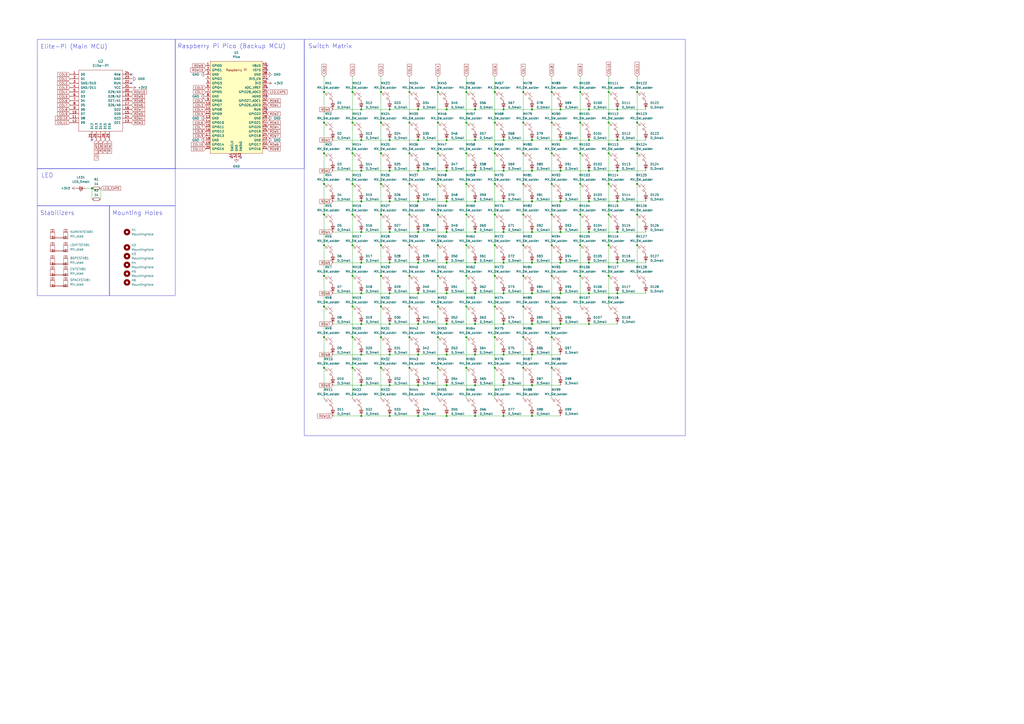
<source format=kicad_sch>
(kicad_sch (version 20231120) (generator "eeschema") (generator_version "8.0")
  (paper "A2")
  (junction (at 275.59 241.3))
  (junction (at 292.1 99.06))
  (junction (at 220.98 71.12))
  (junction (at 275.59 116.84))
  (junction (at 259.08 241.3))
  (junction (at 341.63 63.5))
  (junction (at 308.61 116.84))
  (junction (at 341.63 134.62))
  (junction (at 320.04 195.58))
  (junction (at 292.1 63.5))
  (junction (at 259.08 81.28))
  (junction (at 270.51 53.34))
  (junction (at 336.55 88.9))
  (junction (at 204.47 142.24))
  (junction (at 242.57 81.28))
  (junction (at 292.1 205.74))
  (junction (at 320.04 142.24))
  (junction (at 320.04 124.46))
  (junction (at 325.12 116.84))
  (junction (at 187.96 195.58))
  (junction (at 259.08 205.74))
  (junction (at 209.55 187.96))
  (junction (at 292.1 81.28))
  (junction (at 237.49 88.9))
  (junction (at 275.59 99.06))
  (junction (at 341.63 187.96))
  (junction (at 353.06 53.34))
  (junction (at 325.12 81.28))
  (junction (at 287.02 88.9))
  (junction (at 209.55 99.06))
  (junction (at 325.12 99.06))
  (junction (at 226.06 63.5))
  (junction (at 254 88.9))
  (junction (at 320.04 88.9))
  (junction (at 369.57 71.12))
  (junction (at 187.96 142.24))
  (junction (at 341.63 99.06))
  (junction (at 336.55 106.68))
  (junction (at 209.55 134.62))
  (junction (at 259.08 187.96))
  (junction (at 204.47 177.8))
  (junction (at 270.51 142.24))
  (junction (at 242.57 187.96))
  (junction (at 254 142.24))
  (junction (at 358.14 170.18))
  (junction (at 187.96 106.68))
  (junction (at 308.61 223.52))
  (junction (at 270.51 195.58))
  (junction (at 320.04 106.68))
  (junction (at 275.59 134.62))
  (junction (at 287.02 160.02))
  (junction (at 209.55 152.4))
  (junction (at 287.02 195.58))
  (junction (at 220.98 106.68))
  (junction (at 242.57 241.3))
  (junction (at 369.57 106.68))
  (junction (at 187.96 88.9))
  (junction (at 226.06 152.4))
  (junction (at 220.98 142.24))
  (junction (at 275.59 152.4))
  (junction (at 275.59 81.28))
  (junction (at 226.06 205.74))
  (junction (at 242.57 170.18))
  (junction (at 254 124.46))
  (junction (at 303.53 142.24))
  (junction (at 254 177.8))
  (junction (at 358.14 116.84))
  (junction (at 353.06 124.46))
  (junction (at 275.59 223.52))
  (junction (at 270.51 213.36))
  (junction (at 209.55 81.28))
  (junction (at 270.51 88.9))
  (junction (at 292.1 152.4))
  (junction (at 275.59 205.74))
  (junction (at 287.02 53.34))
  (junction (at 325.12 187.96))
  (junction (at 320.04 213.36))
  (junction (at 270.51 71.12))
  (junction (at 187.96 53.34))
  (junction (at 358.14 99.06))
  (junction (at 287.02 142.24))
  (junction (at 353.06 142.24))
  (junction (at 303.53 195.58))
  (junction (at 270.51 106.68))
  (junction (at 220.98 177.8))
  (junction (at 336.55 142.24))
  (junction (at 336.55 124.46))
  (junction (at 341.63 170.18))
  (junction (at 226.06 81.28))
  (junction (at 242.57 63.5))
  (junction (at 336.55 160.02))
  (junction (at 187.96 124.46))
  (junction (at 275.59 63.5))
  (junction (at 292.1 170.18))
  (junction (at 226.06 116.84))
  (junction (at 369.57 88.9))
  (junction (at 325.12 152.4))
  (junction (at 254 71.12))
  (junction (at 353.06 160.02))
  (junction (at 209.55 170.18))
  (junction (at 226.06 99.06))
  (junction (at 303.53 124.46))
  (junction (at 204.47 195.58))
  (junction (at 254 106.68))
  (junction (at 320.04 177.8))
  (junction (at 341.63 116.84))
  (junction (at 358.14 81.28))
  (junction (at 358.14 63.5))
  (junction (at 353.06 88.9))
  (junction (at 287.02 124.46))
  (junction (at 308.61 241.3))
  (junction (at 237.49 177.8))
  (junction (at 237.49 71.12))
  (junction (at 270.51 124.46))
  (junction (at 292.1 187.96))
  (junction (at 287.02 213.36))
  (junction (at 220.98 124.46))
  (junction (at 187.96 71.12))
  (junction (at 336.55 53.34))
  (junction (at 242.57 134.62))
  (junction (at 220.98 160.02))
  (junction (at 209.55 63.5))
  (junction (at 292.1 134.62))
  (junction (at 308.61 63.5))
  (junction (at 53.34 109.22))
  (junction (at 303.53 53.34))
  (junction (at 259.08 152.4))
  (junction (at 358.14 134.62))
  (junction (at 187.96 177.8))
  (junction (at 220.98 213.36))
  (junction (at 204.47 53.34))
  (junction (at 237.49 53.34))
  (junction (at 226.06 223.52))
  (junction (at 209.55 241.3))
  (junction (at 254 195.58))
  (junction (at 237.49 195.58))
  (junction (at 320.04 53.34))
  (junction (at 292.1 241.3))
  (junction (at 226.06 241.3))
  (junction (at 287.02 177.8))
  (junction (at 308.61 205.74))
  (junction (at 187.96 213.36))
  (junction (at 369.57 53.34))
  (junction (at 336.55 71.12))
  (junction (at 226.06 187.96))
  (junction (at 220.98 53.34))
  (junction (at 242.57 152.4))
  (junction (at 209.55 205.74))
  (junction (at 187.96 160.02))
  (junction (at 237.49 142.24))
  (junction (at 242.57 116.84))
  (junction (at 259.08 116.84))
  (junction (at 209.55 223.52))
  (junction (at 237.49 160.02))
  (junction (at 325.12 170.18))
  (junction (at 259.08 170.18))
  (junction (at 303.53 71.12))
  (junction (at 325.12 134.62))
  (junction (at 259.08 63.5))
  (junction (at 237.49 106.68))
  (junction (at 226.06 134.62))
  (junction (at 204.47 213.36))
  (junction (at 220.98 195.58))
  (junction (at 254 160.02))
  (junction (at 320.04 71.12))
  (junction (at 237.49 124.46))
  (junction (at 303.53 160.02))
  (junction (at 270.51 160.02))
  (junction (at 341.63 81.28))
  (junction (at 325.12 63.5))
  (junction (at 287.02 106.68))
  (junction (at 259.08 99.06))
  (junction (at 303.53 213.36))
  (junction (at 259.08 134.62))
  (junction (at 303.53 106.68))
  (junction (at 275.59 187.96))
  (junction (at 353.06 71.12))
  (junction (at 308.61 152.4))
  (junction (at 292.1 116.84))
  (junction (at 287.02 71.12))
  (junction (at 254 213.36))
  (junction (at 259.08 223.52))
  (junction (at 204.47 124.46))
  (junction (at 292.1 223.52))
  (junction (at 341.63 152.4))
  (junction (at 308.61 170.18))
  (junction (at 308.61 187.96))
  (junction (at 237.49 213.36))
  (junction (at 308.61 134.62))
  (junction (at 209.55 116.84))
  (junction (at 270.51 177.8))
  (junction (at 204.47 88.9))
  (junction (at 303.53 88.9))
  (junction (at 220.98 88.9))
  (junction (at 308.61 99.06))
  (junction (at 358.14 152.4))
  (junction (at 353.06 106.68))
  (junction (at 242.57 223.52))
  (junction (at 308.61 81.28))
  (junction (at 275.59 170.18))
  (junction (at 204.47 160.02))
  (junction (at 204.47 71.12))
  (junction (at 369.57 124.46))
  (junction (at 369.57 142.24))
  (junction (at 320.04 160.02))
  (junction (at 242.57 205.74))
  (junction (at 303.53 177.8))
  (junction (at 226.06 170.18))
  (junction (at 204.47 106.68))
  (junction (at 242.57 99.06))
  (junction (at 254 53.34))
  (no_connect (at 134.62 91.44))
  (no_connect (at 154.94 40.64))
  (no_connect (at 154.94 55.88))
  (no_connect (at 154.94 45.72))
  (no_connect (at 76.2 48.26))
  (no_connect (at 76.2 43.18))
  (no_connect (at 154.94 50.8))
  (no_connect (at 53.34 81.28))
  (no_connect (at 154.94 63.5))
  (no_connect (at 154.94 38.1))
  (no_connect (at 139.7 91.44))
  (wire (pts (xy 259.08 187.96) (xy 275.59 187.96)))
  (wire (pts (xy 358.14 134.62) (xy 374.65 134.62)))
  (wire (pts (xy 237.49 177.8) (xy 237.49 195.58)))
  (wire (pts (xy 226.06 116.84) (xy 242.57 116.84)))
  (wire (pts (xy 341.63 134.62) (xy 358.14 134.62)))
  (wire (pts (xy 275.59 63.5) (xy 292.1 63.5)))
  (wire (pts (xy 292.1 223.52) (xy 308.61 223.52)))
  (wire (pts (xy 270.51 44.45) (xy 270.51 53.34)))
  (wire (pts (xy 369.57 71.12) (xy 369.57 88.9)))
  (wire (pts (xy 259.08 170.18) (xy 275.59 170.18)))
  (wire (pts (xy 270.51 88.9) (xy 270.51 106.68)))
  (wire (pts (xy 220.98 142.24) (xy 220.98 160.02)))
  (wire (pts (xy 254 142.24) (xy 254 160.02)))
  (wire (pts (xy 308.61 99.06) (xy 325.12 99.06)))
  (wire (pts (xy 292.1 81.28) (xy 308.61 81.28)))
  (wire (pts (xy 369.57 106.68) (xy 369.57 124.46)))
  (wire (pts (xy 341.63 99.06) (xy 358.14 99.06)))
  (wire (pts (xy 226.06 134.62) (xy 242.57 134.62)))
  (wire (pts (xy 369.57 44.45) (xy 369.57 53.34)))
  (wire (pts (xy 308.61 223.52) (xy 325.12 223.52)))
  (wire (pts (xy 341.63 63.5) (xy 358.14 63.5)))
  (wire (pts (xy 209.55 134.62) (xy 226.06 134.62)))
  (wire (pts (xy 336.55 160.02) (xy 336.55 177.8)))
  (wire (pts (xy 270.51 177.8) (xy 270.51 195.58)))
  (wire (pts (xy 187.96 213.36) (xy 187.96 231.14)))
  (wire (pts (xy 287.02 124.46) (xy 287.02 142.24)))
  (wire (pts (xy 353.06 160.02) (xy 353.06 177.8)))
  (wire (pts (xy 193.04 63.5) (xy 209.55 63.5)))
  (wire (pts (xy 320.04 44.45) (xy 320.04 53.34)))
  (wire (pts (xy 209.55 241.3) (xy 226.06 241.3)))
  (wire (pts (xy 336.55 142.24) (xy 336.55 160.02)))
  (wire (pts (xy 308.61 187.96) (xy 325.12 187.96)))
  (wire (pts (xy 193.04 152.4) (xy 209.55 152.4)))
  (wire (pts (xy 308.61 63.5) (xy 325.12 63.5)))
  (wire (pts (xy 209.55 63.5) (xy 226.06 63.5)))
  (wire (pts (xy 303.53 142.24) (xy 303.53 160.02)))
  (wire (pts (xy 209.55 81.28) (xy 226.06 81.28)))
  (wire (pts (xy 353.06 124.46) (xy 353.06 142.24)))
  (wire (pts (xy 353.06 106.68) (xy 353.06 124.46)))
  (wire (pts (xy 242.57 170.18) (xy 259.08 170.18)))
  (wire (pts (xy 242.57 205.74) (xy 259.08 205.74)))
  (wire (pts (xy 358.14 152.4) (xy 374.65 152.4)))
  (wire (pts (xy 287.02 53.34) (xy 287.02 71.12)))
  (wire (pts (xy 275.59 116.84) (xy 292.1 116.84)))
  (wire (pts (xy 187.96 142.24) (xy 187.96 160.02)))
  (wire (pts (xy 341.63 116.84) (xy 358.14 116.84)))
  (wire (pts (xy 270.51 124.46) (xy 270.51 142.24)))
  (wire (pts (xy 193.04 170.18) (xy 209.55 170.18)))
  (wire (pts (xy 292.1 205.74) (xy 308.61 205.74)))
  (wire (pts (xy 193.04 116.84) (xy 209.55 116.84)))
  (wire (pts (xy 204.47 71.12) (xy 204.47 88.9)))
  (wire (pts (xy 209.55 116.84) (xy 226.06 116.84)))
  (wire (pts (xy 187.96 124.46) (xy 187.96 142.24)))
  (wire (pts (xy 237.49 44.45) (xy 237.49 53.34)))
  (wire (pts (xy 369.57 124.46) (xy 369.57 142.24)))
  (wire (pts (xy 237.49 124.46) (xy 237.49 142.24)))
  (wire (pts (xy 336.55 106.68) (xy 336.55 124.46)))
  (wire (pts (xy 275.59 241.3) (xy 292.1 241.3)))
  (wire (pts (xy 320.04 160.02) (xy 320.04 177.8)))
  (wire (pts (xy 303.53 213.36) (xy 303.53 231.14)))
  (wire (pts (xy 193.04 241.3) (xy 209.55 241.3)))
  (wire (pts (xy 209.55 205.74) (xy 226.06 205.74)))
  (wire (pts (xy 204.47 53.34) (xy 204.47 71.12)))
  (wire (pts (xy 187.96 160.02) (xy 187.96 177.8)))
  (wire (pts (xy 320.04 53.34) (xy 320.04 71.12)))
  (wire (pts (xy 193.04 205.74) (xy 209.55 205.74)))
  (wire (pts (xy 275.59 134.62) (xy 292.1 134.62)))
  (wire (pts (xy 275.59 81.28) (xy 292.1 81.28)))
  (wire (pts (xy 242.57 223.52) (xy 259.08 223.52)))
  (wire (pts (xy 187.96 53.34) (xy 187.96 71.12)))
  (wire (pts (xy 275.59 205.74) (xy 292.1 205.74)))
  (wire (pts (xy 270.51 106.68) (xy 270.51 124.46)))
  (wire (pts (xy 270.51 142.24) (xy 270.51 160.02)))
  (wire (pts (xy 320.04 195.58) (xy 320.04 213.36)))
  (wire (pts (xy 187.96 195.58) (xy 187.96 213.36)))
  (wire (pts (xy 341.63 81.28) (xy 358.14 81.28)))
  (wire (pts (xy 242.57 241.3) (xy 259.08 241.3)))
  (wire (pts (xy 270.51 195.58) (xy 270.51 213.36)))
  (wire (pts (xy 259.08 116.84) (xy 275.59 116.84)))
  (wire (pts (xy 325.12 187.96) (xy 341.63 187.96)))
  (wire (pts (xy 353.06 44.45) (xy 353.06 53.34)))
  (wire (pts (xy 193.04 99.06) (xy 209.55 99.06)))
  (wire (pts (xy 237.49 88.9) (xy 237.49 106.68)))
  (wire (pts (xy 320.04 71.12) (xy 320.04 88.9)))
  (wire (pts (xy 303.53 71.12) (xy 303.53 88.9)))
  (wire (pts (xy 287.02 44.45) (xy 287.02 53.34)))
  (wire (pts (xy 292.1 187.96) (xy 308.61 187.96)))
  (wire (pts (xy 254 44.45) (xy 254 53.34)))
  (wire (pts (xy 237.49 53.34) (xy 237.49 71.12)))
  (wire (pts (xy 237.49 213.36) (xy 237.49 231.14)))
  (wire (pts (xy 187.96 177.8) (xy 187.96 195.58)))
  (wire (pts (xy 287.02 71.12) (xy 287.02 88.9)))
  (wire (pts (xy 341.63 187.96) (xy 358.14 187.96)))
  (wire (pts (xy 275.59 152.4) (xy 292.1 152.4)))
  (wire (pts (xy 58.42 109.22) (xy 58.42 115.57)))
  (wire (pts (xy 259.08 241.3) (xy 275.59 241.3)))
  (wire (pts (xy 320.04 177.8) (xy 320.04 195.58)))
  (wire (pts (xy 237.49 160.02) (xy 237.49 177.8)))
  (wire (pts (xy 270.51 160.02) (xy 270.51 177.8)))
  (wire (pts (xy 220.98 71.12) (xy 220.98 88.9)))
  (wire (pts (xy 254 177.8) (xy 254 195.58)))
  (wire (pts (xy 259.08 134.62) (xy 275.59 134.62)))
  (wire (pts (xy 292.1 170.18) (xy 308.61 170.18)))
  (wire (pts (xy 209.55 170.18) (xy 226.06 170.18)))
  (wire (pts (xy 226.06 99.06) (xy 242.57 99.06)))
  (wire (pts (xy 287.02 195.58) (xy 287.02 213.36)))
  (wire (pts (xy 270.51 71.12) (xy 270.51 88.9)))
  (wire (pts (xy 292.1 152.4) (xy 308.61 152.4)))
  (wire (pts (xy 193.04 81.28) (xy 209.55 81.28)))
  (wire (pts (xy 275.59 170.18) (xy 292.1 170.18)))
  (wire (pts (xy 242.57 81.28) (xy 259.08 81.28)))
  (wire (pts (xy 220.98 124.46) (xy 220.98 142.24)))
  (wire (pts (xy 341.63 152.4) (xy 358.14 152.4)))
  (wire (pts (xy 242.57 116.84) (xy 259.08 116.84)))
  (wire (pts (xy 187.96 106.68) (xy 187.96 124.46)))
  (wire (pts (xy 209.55 152.4) (xy 226.06 152.4)))
  (wire (pts (xy 226.06 187.96) (xy 242.57 187.96)))
  (wire (pts (xy 303.53 124.46) (xy 303.53 142.24)))
  (wire (pts (xy 320.04 213.36) (xy 320.04 231.14)))
  (wire (pts (xy 325.12 99.06) (xy 341.63 99.06)))
  (wire (pts (xy 308.61 170.18) (xy 325.12 170.18)))
  (wire (pts (xy 353.06 71.12) (xy 353.06 88.9)))
  (wire (pts (xy 303.53 44.45) (xy 303.53 53.34)))
  (wire (pts (xy 49.53 109.22) (xy 53.34 109.22)))
  (wire (pts (xy 204.47 195.58) (xy 204.47 213.36)))
  (wire (pts (xy 254 124.46) (xy 254 142.24)))
  (wire (pts (xy 220.98 44.45) (xy 220.98 53.34)))
  (wire (pts (xy 287.02 160.02) (xy 287.02 177.8)))
  (wire (pts (xy 270.51 213.36) (xy 270.51 231.14)))
  (wire (pts (xy 308.61 152.4) (xy 325.12 152.4)))
  (wire (pts (xy 220.98 53.34) (xy 220.98 71.12)))
  (wire (pts (xy 226.06 223.52) (xy 242.57 223.52)))
  (wire (pts (xy 209.55 99.06) (xy 226.06 99.06)))
  (wire (pts (xy 254 195.58) (xy 254 213.36)))
  (wire (pts (xy 204.47 44.45) (xy 204.47 53.34)))
  (wire (pts (xy 254 106.68) (xy 254 124.46)))
  (wire (pts (xy 303.53 53.34) (xy 303.53 71.12)))
  (wire (pts (xy 292.1 241.3) (xy 308.61 241.3)))
  (wire (pts (xy 204.47 177.8) (xy 204.47 195.58)))
  (wire (pts (xy 325.12 63.5) (xy 341.63 63.5)))
  (wire (pts (xy 53.34 109.22) (xy 53.34 115.57)))
  (wire (pts (xy 204.47 160.02) (xy 204.47 177.8)))
  (wire (pts (xy 341.63 170.18) (xy 358.14 170.18)))
  (wire (pts (xy 275.59 223.52) (xy 292.1 223.52)))
  (wire (pts (xy 187.96 88.9) (xy 187.96 106.68)))
  (wire (pts (xy 204.47 88.9) (xy 204.47 106.68)))
  (wire (pts (xy 220.98 213.36) (xy 220.98 231.14)))
  (wire (pts (xy 308.61 134.62) (xy 325.12 134.62)))
  (wire (pts (xy 220.98 177.8) (xy 220.98 195.58)))
  (wire (pts (xy 242.57 134.62) (xy 259.08 134.62)))
  (wire (pts (xy 204.47 106.68) (xy 204.47 124.46)))
  (wire (pts (xy 303.53 160.02) (xy 303.53 177.8)))
  (wire (pts (xy 193.04 134.62) (xy 209.55 134.62)))
  (wire (pts (xy 237.49 106.68) (xy 237.49 124.46)))
  (wire (pts (xy 292.1 116.84) (xy 308.61 116.84)))
  (wire (pts (xy 275.59 187.96) (xy 292.1 187.96)))
  (wire (pts (xy 353.06 142.24) (xy 353.06 160.02)))
  (wire (pts (xy 287.02 142.24) (xy 287.02 160.02)))
  (wire (pts (xy 254 88.9) (xy 254 106.68)))
  (wire (pts (xy 209.55 223.52) (xy 226.06 223.52)))
  (wire (pts (xy 369.57 53.34) (xy 369.57 71.12)))
  (wire (pts (xy 353.06 88.9) (xy 353.06 106.68)))
  (wire (pts (xy 320.04 124.46) (xy 320.04 142.24)))
  (wire (pts (xy 303.53 88.9) (xy 303.53 106.68)))
  (wire (pts (xy 308.61 116.84) (xy 325.12 116.84)))
  (wire (pts (xy 242.57 152.4) (xy 259.08 152.4)))
  (wire (pts (xy 259.08 223.52) (xy 275.59 223.52)))
  (wire (pts (xy 308.61 241.3) (xy 325.12 241.3)))
  (wire (pts (xy 193.04 187.96) (xy 209.55 187.96)))
  (wire (pts (xy 204.47 124.46) (xy 204.47 142.24)))
  (wire (pts (xy 220.98 106.68) (xy 220.98 124.46)))
  (wire (pts (xy 292.1 134.62) (xy 308.61 134.62)))
  (wire (pts (xy 325.12 152.4) (xy 341.63 152.4)))
  (wire (pts (xy 369.57 88.9) (xy 369.57 106.68)))
  (wire (pts (xy 242.57 187.96) (xy 259.08 187.96)))
  (wire (pts (xy 308.61 205.74) (xy 325.12 205.74)))
  (wire (pts (xy 220.98 88.9) (xy 220.98 106.68)))
  (wire (pts (xy 209.55 187.96) (xy 226.06 187.96)))
  (wire (pts (xy 358.14 63.5) (xy 374.65 63.5)))
  (wire (pts (xy 259.08 81.28) (xy 275.59 81.28)))
  (wire (pts (xy 336.55 88.9) (xy 336.55 106.68)))
  (wire (pts (xy 242.57 99.06) (xy 259.08 99.06)))
  (wire (pts (xy 270.51 53.34) (xy 270.51 71.12)))
  (wire (pts (xy 226.06 170.18) (xy 242.57 170.18)))
  (wire (pts (xy 369.57 142.24) (xy 369.57 160.02)))
  (wire (pts (xy 336.55 44.45) (xy 336.55 53.34)))
  (wire (pts (xy 336.55 124.46) (xy 336.55 142.24)))
  (wire (pts (xy 292.1 99.06) (xy 308.61 99.06)))
  (wire (pts (xy 254 213.36) (xy 254 231.14)))
  (wire (pts (xy 187.96 44.45) (xy 187.96 53.34)))
  (wire (pts (xy 226.06 205.74) (xy 242.57 205.74)))
  (wire (pts (xy 259.08 99.06) (xy 275.59 99.06)))
  (wire (pts (xy 292.1 63.5) (xy 308.61 63.5)))
  (wire (pts (xy 358.14 99.06) (xy 374.65 99.06)))
  (wire (pts (xy 303.53 106.68) (xy 303.53 124.46)))
  (wire (pts (xy 193.04 223.52) (xy 209.55 223.52)))
  (wire (pts (xy 287.02 88.9) (xy 287.02 106.68)))
  (wire (pts (xy 259.08 152.4) (xy 275.59 152.4)))
  (wire (pts (xy 237.49 195.58) (xy 237.49 213.36)))
  (wire (pts (xy 204.47 142.24) (xy 204.47 160.02)))
  (wire (pts (xy 358.14 170.18) (xy 374.65 170.18)))
  (wire (pts (xy 242.57 63.5) (xy 259.08 63.5)))
  (wire (pts (xy 320.04 88.9) (xy 320.04 106.68)))
  (wire (pts (xy 259.08 205.74) (xy 275.59 205.74)))
  (wire (pts (xy 336.55 71.12) (xy 336.55 88.9)))
  (wire (pts (xy 226.06 241.3) (xy 242.57 241.3)))
  (wire (pts (xy 358.14 116.84) (xy 374.65 116.84)))
  (wire (pts (xy 353.06 53.34) (xy 353.06 71.12)))
  (wire (pts (xy 254 160.02) (xy 254 177.8)))
  (wire (pts (xy 325.12 81.28) (xy 341.63 81.28)))
  (wire (pts (xy 226.06 63.5) (xy 242.57 63.5)))
  (wire (pts (xy 320.04 142.24) (xy 320.04 160.02)))
  (wire (pts (xy 308.61 81.28) (xy 325.12 81.28)))
  (wire (pts (xy 226.06 81.28) (xy 242.57 81.28)))
  (wire (pts (xy 287.02 177.8) (xy 287.02 195.58)))
  (wire (pts (xy 336.55 53.34) (xy 336.55 71.12)))
  (wire (pts (xy 187.96 71.12) (xy 187.96 88.9)))
  (wire (pts (xy 259.08 63.5) (xy 275.59 63.5)))
  (wire (pts (xy 237.49 71.12) (xy 237.49 88.9)))
  (wire (pts (xy 275.59 99.06) (xy 292.1 99.06)))
  (wire (pts (xy 325.12 134.62) (xy 341.63 134.62)))
  (wire (pts (xy 303.53 195.58) (xy 303.53 213.36)))
  (wire (pts (xy 254 71.12) (xy 254 88.9)))
  (wire (pts (xy 358.14 81.28) (xy 374.65 81.28)))
  (wire (pts (xy 220.98 160.02) (xy 220.98 177.8)))
  (wire (pts (xy 254 53.34) (xy 254 71.12)))
  (wire (pts (xy 204.47 213.36) (xy 204.47 231.14)))
  (wire (pts (xy 287.02 106.68) (xy 287.02 124.46)))
  (wire (pts (xy 325.12 170.18) (xy 341.63 170.18)))
  (wire (pts (xy 287.02 213.36) (xy 287.02 231.14)))
  (wire (pts (xy 320.04 106.68) (xy 320.04 124.46)))
  (wire (pts (xy 325.12 116.84) (xy 341.63 116.84)))
  (wire (pts (xy 226.06 152.4) (xy 242.57 152.4)))
  (wire (pts (xy 237.49 142.24) (xy 237.49 160.02)))
  (wire (pts (xy 303.53 177.8) (xy 303.53 195.58)))
  (wire (pts (xy 220.98 195.58) (xy 220.98 213.36)))
  (rectangle (start 101.6 22.86) (end 176.53 97.79))
  (rectangle (start 21.59 22.86) (end 101.6 97.79))
  (rectangle (start 21.59 97.79) (end 101.6 119.38))
  (rectangle (start 176.53 22.86) (end 397.51 252.73))
  (rectangle (start 63.5 119.38) (end 101.6 171.45))
  (rectangle (start 21.59 119.38) (end 63.5 171.45))
  (text "Stabilizers" (at 33.274 123.698 0) (effects (font (size 2.5 2.5))))
  (text "Switch Matrix" (at 191.516 26.924 0) (effects (font (size 2.5 2.5))))
  (text "LED" (at 27.432 101.854 0) (effects (font (size 2.5 2.5))))
  (text "Raspberry Pi Pico (Backup MCU)" (at 134.366 26.924 0) (effects (font (size 2.5 2.5))))
  (text "Elite-Pi (Main MCU)" (at 42.926 27.178 0) (effects (font (size 2.5 2.5))))
  (text "Mounting Holes" (at 79.756 123.698 0) (effects (font (size 2.5 2.5))))
  (global_label "ROW6" (shape input) (at 154.94 83.82 0) (property "Intersheetrefs" "${INTERSHEET_REFS}" (effects (hide yes))))
  (global_label "COL6" (shape input) (at 40.64 58.42 180) (property "Intersheetrefs" "${INTERSHEET_REFS}" (effects (hide yes))))
  (global_label "ROW1" (shape input) (at 193.04 81.28 180) (property "Intersheetrefs" "${INTERSHEET_REFS}" (effects (hide yes))))
  (global_label "ROW0" (shape input) (at 154.94 58.42 0) (property "Intersheetrefs" "${INTERSHEET_REFS}" (effects (hide yes))))
  (global_label "COL1" (shape input) (at 40.64 45.72 180) (property "Intersheetrefs" "${INTERSHEET_REFS}" (effects (hide yes))))
  (global_label "ROW9" (shape input) (at 193.04 223.52 180) (property "Intersheetrefs" "${INTERSHEET_REFS}" (effects (hide yes))))
  (global_label "ROW2" (shape input) (at 154.94 66.04 0) (property "Intersheetrefs" "${INTERSHEET_REFS}" (effects (hide yes))))
  (global_label "COL5" (shape input) (at 119.38 66.04 180) (property "Intersheetrefs" "${INTERSHEET_REFS}" (effects (hide yes))))
  (global_label "ROW7" (shape input) (at 76.2 63.5 0) (property "Intersheetrefs" "${INTERSHEET_REFS}" (effects (hide yes))))
  (global_label "COL1" (shape input) (at 204.47 44.45 90) (property "Intersheetrefs" "${INTERSHEET_REFS}" (effects (hide yes))))
  (global_label "ROW10" (shape input) (at 119.38 40.64 180) (property "Intersheetrefs" "${INTERSHEET_REFS}" (effects (hide yes))))
  (global_label "ROW8" (shape input) (at 193.04 205.74 180) (property "Intersheetrefs" "${INTERSHEET_REFS}" (effects (hide yes))))
  (global_label "COL0" (shape input) (at 119.38 50.8 180) (property "Intersheetrefs" "${INTERSHEET_REFS}" (effects (hide yes))))
  (global_label "LED_CAPS" (shape input) (at 58.42 109.22 0) (property "Intersheetrefs" "${INTERSHEET_REFS}" (effects (hide yes))))
  (global_label "COL2" (shape input) (at 40.64 48.26 180) (property "Intersheetrefs" "${INTERSHEET_REFS}" (effects (hide yes))))
  (global_label "COL9" (shape input) (at 336.55 44.45 90) (property "Intersheetrefs" "${INTERSHEET_REFS}" (effects (hide yes))))
  (global_label "ROW5" (shape input) (at 193.04 152.4 180) (property "Intersheetrefs" "${INTERSHEET_REFS}" (effects (hide yes))))
  (global_label "COL4" (shape input) (at 119.38 63.5 180) (property "Intersheetrefs" "${INTERSHEET_REFS}" (effects (hide yes))))
  (global_label "ROW7" (shape input) (at 193.04 187.96 180) (property "Intersheetrefs" "${INTERSHEET_REFS}" (effects (hide yes))))
  (global_label "ROW8" (shape input) (at 154.94 86.36 0) (property "Intersheetrefs" "${INTERSHEET_REFS}" (effects (hide yes))))
  (global_label "COL10" (shape input) (at 353.06 44.45 90) (property "Intersheetrefs" "${INTERSHEET_REFS}" (effects (hide yes))))
  (global_label "ROW1" (shape input) (at 60.96 81.28 270) (property "Intersheetrefs" "${INTERSHEET_REFS}" (effects (hide yes))))
  (global_label "COL6" (shape input) (at 119.38 71.12 180) (property "Intersheetrefs" "${INTERSHEET_REFS}" (effects (hide yes))))
  (global_label "COL11" (shape input) (at 40.64 71.12 180) (property "Intersheetrefs" "${INTERSHEET_REFS}" (effects (hide yes))))
  (global_label "ROW3" (shape input) (at 76.2 71.12 0) (property "Intersheetrefs" "${INTERSHEET_REFS}" (effects (hide yes))))
  (global_label "COL5" (shape input) (at 40.64 55.88 180) (property "Intersheetrefs" "${INTERSHEET_REFS}" (effects (hide yes))))
  (global_label "COL3" (shape input) (at 40.64 50.8 180) (property "Intersheetrefs" "${INTERSHEET_REFS}" (effects (hide yes))))
  (global_label "ROW1" (shape input) (at 154.94 60.96 0) (property "Intersheetrefs" "${INTERSHEET_REFS}" (effects (hide yes))))
  (global_label "COL4" (shape input) (at 254 44.45 90) (property "Intersheetrefs" "${INTERSHEET_REFS}" (effects (hide yes))))
  (global_label "COL7" (shape input) (at 40.64 60.96 180) (property "Intersheetrefs" "${INTERSHEET_REFS}" (effects (hide yes))))
  (global_label "ROW3" (shape input) (at 154.94 71.12 0) (property "Intersheetrefs" "${INTERSHEET_REFS}" (effects (hide yes))))
  (global_label "ROW10" (shape input) (at 193.04 241.3 180) (property "Intersheetrefs" "${INTERSHEET_REFS}" (effects (hide yes))))
  (global_label "COL4" (shape input) (at 40.64 53.34 180) (property "Intersheetrefs" "${INTERSHEET_REFS}" (effects (hide yes))))
  (global_label "COL5" (shape input) (at 270.51 44.45 90) (property "Intersheetrefs" "${INTERSHEET_REFS}" (effects (hide yes))))
  (global_label "COL10" (shape input) (at 119.38 83.82 180) (property "Intersheetrefs" "${INTERSHEET_REFS}" (effects (hide yes))))
  (global_label "ROW9" (shape input) (at 76.2 55.88 0) (property "Intersheetrefs" "${INTERSHEET_REFS}" (effects (hide yes))))
  (global_label "ROW5" (shape input) (at 154.94 76.2 0) (property "Intersheetrefs" "${INTERSHEET_REFS}" (effects (hide yes))))
  (global_label "ROW0" (shape input) (at 193.04 63.5 180) (property "Intersheetrefs" "${INTERSHEET_REFS}" (effects (hide yes))))
  (global_label "ROW4" (shape input) (at 154.94 73.66 0) (property "Intersheetrefs" "${INTERSHEET_REFS}" (effects (hide yes))))
  (global_label "ROW10" (shape input) (at 76.2 53.34 0) (property "Intersheetrefs" "${INTERSHEET_REFS}" (effects (hide yes))))
  (global_label "COL3" (shape input) (at 237.49 44.45 90) (property "Intersheetrefs" "${INTERSHEET_REFS}" (effects (hide yes))))
  (global_label "ROW7" (shape input) (at 154.94 78.74 0) (property "Intersheetrefs" "${INTERSHEET_REFS}" (effects (hide yes))))
  (global_label "COL11" (shape input) (at 119.38 86.36 180) (property "Intersheetrefs" "${INTERSHEET_REFS}" (effects (hide yes))))
  (global_label "ROW2" (shape input) (at 63.5 81.28 270) (property "Intersheetrefs" "${INTERSHEET_REFS}" (effects (hide yes))))
  (global_label "ROW8" (shape input) (at 76.2 58.42 0) (property "Intersheetrefs" "${INTERSHEET_REFS}" (effects (hide yes))))
  (global_label "COL3" (shape input) (at 119.38 60.96 180) (property "Intersheetrefs" "${INTERSHEET_REFS}" (effects (hide yes))))
  (global_label "COL8" (shape input) (at 119.38 76.2 180) (property "Intersheetrefs" "${INTERSHEET_REFS}" (effects (hide yes))))
  (global_label "COL7" (shape input) (at 303.53 44.45 90) (property "Intersheetrefs" "${INTERSHEET_REFS}" (effects (hide yes))))
  (global_label "ROW2" (shape input) (at 193.04 99.06 180) (property "Intersheetrefs" "${INTERSHEET_REFS}" (effects (hide yes))))
  (global_label "COL2" (shape input) (at 220.98 44.45 90) (property "Intersheetrefs" "${INTERSHEET_REFS}" (effects (hide yes))))
  (global_label "LED_CAPS" (shape input) (at 55.88 81.28 270) (property "Intersheetrefs" "${INTERSHEET_REFS}" (effects (hide yes))))
  (global_label "COL8" (shape input) (at 40.64 63.5 180) (property "Intersheetrefs" "${INTERSHEET_REFS}" (effects (hide yes))))
  (global_label "COL11" (shape input) (at 369.57 44.45 90) (property "Intersheetrefs" "${INTERSHEET_REFS}" (effects (hide yes))))
  (global_label "COL9" (shape input) (at 40.64 66.04 180) (property "Intersheetrefs" "${INTERSHEET_REFS}" (effects (hide yes))))
  (global_label "ROW3" (shape input) (at 193.04 116.84 180) (property "Intersheetrefs" "${INTERSHEET_REFS}" (effects (hide yes))))
  (global_label "COL9" (shape input) (at 119.38 78.74 180) (property "Intersheetrefs" "${INTERSHEET_REFS}" (effects (hide yes))))
  (global_label "COL8" (shape input) (at 320.04 44.45 90) (property "Intersheetrefs" "${INTERSHEET_REFS}" (effects (hide yes))))
  (global_label "COL2" (shape input) (at 119.38 58.42 180) (property "Intersheetrefs" "${INTERSHEET_REFS}" (effects (hide yes))))
  (global_label "ROW4" (shape input) (at 193.04 134.62 180) (property "Intersheetrefs" "${INTERSHEET_REFS}" (effects (hide yes))))
  (global_label "COL0" (shape input) (at 40.64 43.18 180) (property "Intersheetrefs" "${INTERSHEET_REFS}" (effects (hide yes))))
  (global_label "ROW5" (shape input) (at 76.2 66.04 0) (property "Intersheetrefs" "${INTERSHEET_REFS}" (effects (hide yes))))
  (global_label "ROW0" (shape input) (at 58.42 81.28 270) (property "Intersheetrefs" "${INTERSHEET_REFS}" (effects (hide yes))))
  (global_label "COL10" (shape input) (at 40.64 68.58 180) (property "Intersheetrefs" "${INTERSHEET_REFS}" (effects (hide yes))))
  (global_label "COL0" (shape input) (at 187.96 44.45 90) (property "Intersheetrefs" "${INTERSHEET_REFS}" (effects (hide yes))))
  (global_label "LED_CAPS" (shape input) (at 154.94 53.34 0) (property "Intersheetrefs" "${INTERSHEET_REFS}" (effects (hide yes))))
  (global_label "ROW9" (shape input) (at 119.38 38.1 180) (property "Intersheetrefs" "${INTERSHEET_REFS}" (effects (hide yes))))
  (global_label "ROW6" (shape input) (at 76.2 60.96 0) (property "Intersheetrefs" "${INTERSHEET_REFS}" (effects (hide yes))))
  (global_label "COL1" (shape input) (at 119.38 53.34 180) (property "Intersheetrefs" "${INTERSHEET_REFS}" (effects (hide yes))))
  (global_label "COL7" (shape input) (at 119.38 73.66 180) (property "Intersheetrefs" "${INTERSHEET_REFS}" (effects (hide yes))))
  (global_label "COL6" (shape input) (at 287.02 44.45 90) (property "Intersheetrefs" "${INTERSHEET_REFS}" (effects (hide yes))))
  (global_label "ROW4" (shape input) (at 76.2 68.58 0) (property "Intersheetrefs" "${INTERSHEET_REFS}" (effects (hide yes))))
  (global_label "ROW6" (shape input) (at 193.04 170.18 180) (property "Intersheetrefs" "${INTERSHEET_REFS}" (effects (hide yes))))
  (symbol (lib_id "Device:D_Small") (at 209.55 185.42 90) (unit 1)
    (property "Reference" "D19" (at 212.09 184.15 90) (effects (justify right)))
    (property "Value" "D_Small" (at 212.09 186.69 90) (effects (justify right)))
    (property "Footprint" "Combo_Diode:D_SOD-123_THT_COMBO" (effects (hide yes)))
    (property "Sim.Device" "D" (effects (hide yes)))
    (property "Sim.Pins" "1=K 2=A" (effects (hide yes)))
  )
  (symbol (lib_id "Device:D_Small") (at 242.57 78.74 90) (unit 1)
    (property "Reference" "D35" (at 245.11 77.47 90) (effects (justify right)))
    (property "Value" "D_Small" (at 245.11 80.01 90) (effects (justify right)))
    (property "Footprint" "Combo_Diode:D_SOD-123_THT_COMBO" (effects (hide yes)))
    (property "Sim.Device" "D" (effects (hide yes)))
    (property "Sim.Pins" "1=K 2=A" (effects (hide yes)))
  )
  (symbol (lib_id "PCM_marbastlib-mx:MX_SW_solder") (at 355.6 109.22 0) (unit 1)
    (property "Reference" "MX114" (at 355.6 101.6 0))
    (property "Value" "MX_SW_solder" (at 355.6 104.14 0))
    (property "Footprint" "PCM_marbastlib-mx:SW_MX_1u" (effects (hide yes)))
  )
  (symbol (lib_id "Device:D_Small") (at 358.14 167.64 90) (unit 1)
    (property "Reference" "D117" (at 360.68 166.37 90) (effects (justify right)))
    (property "Value" "D_Small" (at 360.68 168.91 90) (effects (justify right)))
    (property "Footprint" "Combo_Diode:D_SOD-123_THT_COMBO" (effects (hide yes)))
    (property "Sim.Device" "D" (effects (hide yes)))
    (property "Sim.Pins" "1=K 2=A" (effects (hide yes)))
  )
  (symbol (lib_id "PCM_marbastlib-mx:MX_SW_solder") (at 240.03 144.78 0) (unit 1)
    (property "Reference" "MX39" (at 240.03 137.16 0))
    (property "Value" "MX_SW_solder" (at 240.03 139.7 0))
    (property "Footprint" "PCM_marbastlib-mx:SW_MX_1u" (effects (hide yes)))
  )
  (symbol (lib_id "PCM_marbastlib-mx:MX_SW_solder") (at 339.09 55.88 0) (unit 1)
    (property "Reference" "MX100" (at 339.09 48.26 0))
    (property "Value" "MX_SW_solder" (at 339.09 50.8 0))
    (property "Footprint" "PCM_marbastlib-mx:SW_MX_1u" (effects (hide yes)))
  )
  (symbol (lib_id "Device:D_Small") (at 341.63 185.42 90) (unit 1)
    (property "Reference" "D107" (at 344.17 184.15 90) (effects (justify right)))
    (property "Value" "D_Small" (at 344.17 186.69 90) (effects (justify right)))
    (property "Footprint" "Combo_Diode:D_SOD-123_THT_COMBO" (effects (hide yes)))
    (property "Sim.Device" "D" (effects (hide yes)))
    (property "Sim.Pins" "1=K 2=A" (effects (hide yes)))
  )
  (symbol (lib_id "PCM_marbastlib-mx:MX_SW_solder") (at 190.5 55.88 0) (unit 1)
    (property "Reference" "MX1" (at 190.5 48.26 0))
    (property "Value" "MX_SW_solder" (at 190.5 50.8 0))
    (property "Footprint" "PCM_marbastlib-mx:SW_MX_1u" (effects (hide yes)))
  )
  (symbol (lib_id "PCM_marbastlib-mx:MX_SW_solder") (at 190.5 144.78 0) (unit 1)
    (property "Reference" "MX6" (at 190.5 137.16 0))
    (property "Value" "MX_SW_solder" (at 190.5 139.7 0))
    (property "Footprint" "PCM_marbastlib-mx:SW_MX_1u" (effects (hide yes)))
  )
  (symbol (lib_id "Device:D_Small") (at 341.63 78.74 90) (unit 1)
    (property "Reference" "D101" (at 344.17 77.47 90) (effects (justify right)))
    (property "Value" "D_Small" (at 344.17 80.01 90) (effects (justify right)))
    (property "Footprint" "Combo_Diode:D_SOD-123_THT_COMBO" (effects (hide yes)))
    (property "Sim.Device" "D" (effects (hide yes)))
    (property "Sim.Pins" "1=K 2=A" (effects (hide yes)))
  )
  (symbol (lib_id "PCM_marbastlib-mx:MX_SW_solder") (at 372.11 162.56 0) (unit 1)
    (property "Reference" "MX128" (at 372.11 154.94 0))
    (property "Value" "MX_SW_solder" (at 372.11 157.48 0))
    (property "Footprint" "PCM_marbastlib-mx:SW_MX_1u" (effects (hide yes)))
  )
  (symbol (lib_id "PCM_marbastlib-mx:MX_SW_solder") (at 339.09 162.56 0) (unit 1)
    (property "Reference" "MX106" (at 339.09 154.94 0))
    (property "Value" "MX_SW_solder" (at 339.09 157.48 0))
    (property "Footprint" "PCM_marbastlib-mx:SW_MX_1u" (effects (hide yes)))
  )
  (symbol (lib_id "Device:D_Small") (at 275.59 185.42 90) (unit 1)
    (property "Reference" "D63" (at 278.13 184.15 90) (effects (justify right)))
    (property "Value" "D_Small" (at 278.13 186.69 90) (effects (justify right)))
    (property "Footprint" "Combo_Diode:D_SOD-123_THT_COMBO" (effects (hide yes)))
    (property "Sim.Device" "D" (effects (hide yes)))
    (property "Sim.Pins" "1=K 2=A" (effects (hide yes)))
  )
  (symbol (lib_id "Device:D_Small") (at 325.12 149.86 90) (unit 1)
    (property "Reference" "D94" (at 327.66 148.59 90) (effects (justify right)))
    (property "Value" "D_Small" (at 327.66 151.13 90) (effects (justify right)))
    (property "Footprint" "Combo_Diode:D_SOD-123_THT_COMBO" (effects (hide yes)))
    (property "Sim.Device" "D" (effects (hide yes)))
    (property "Sim.Pins" "1=K 2=A" (effects (hide yes)))
  )
  (symbol (lib_id "Device:D_Small") (at 325.12 78.74 90) (unit 1)
    (property "Reference" "D90" (at 327.66 77.47 90) (effects (justify right)))
    (property "Value" "D_Small" (at 327.66 80.01 90) (effects (justify right)))
    (property "Footprint" "Combo_Diode:D_SOD-123_THT_COMBO" (effects (hide yes)))
    (property "Sim.Device" "D" (effects (hide yes)))
    (property "Sim.Pins" "1=K 2=A" (effects (hide yes)))
  )
  (symbol (lib_id "PCM_marbastlib-mx:MX_SW_solder") (at 355.6 180.34 0) (unit 1)
    (property "Reference" "MX118" (at 355.6 172.72 0))
    (property "Value" "MX_SW_solder" (at 355.6 175.26 0))
    (property "Footprint" "PCM_marbastlib-mx:SW_MX_1u" (effects (hide yes)))
  )
  (symbol (lib_id "Device:R_Small") (at 55.88 115.57 90) (unit 1)
    (property "Reference" "R2" (at 55.88 110.49 90))
    (property "Value" "1k" (at 55.88 113.03 90))
    (property "Footprint" "Resistor_THT:R_Axial_DIN0207_L6.3mm_D2.5mm_P7.62mm_Horizontal" (effects (hide yes)))
    (property "Description" "Resistor, small symbol" (effects (hide yes)))
  )
  (symbol (lib_id "PCM_marbastlib-mx:MX_SW_solder") (at 207.01 127 0) (unit 1)
    (property "Reference" "MX16" (at 207.01 119.38 0))
    (property "Value" "MX_SW_solder" (at 207.01 121.92 0))
    (property "Footprint" "PCM_marbastlib-mx:SW_MX_1u" (effects (hide yes)))
  )
  (symbol (lib_id "PCM_marbastlib-mx:MX_SW_solder") (at 273.05 180.34 0) (unit 1)
    (property "Reference" "MX63" (at 273.05 172.72 0))
    (property "Value" "MX_SW_solder" (at 273.05 175.26 0))
    (property "Footprint" "PCM_marbastlib-mx:SW_MX_1u" (effects (hide yes)))
  )
  (symbol (lib_id "Device:D_Small") (at 226.06 60.96 90) (unit 1)
    (property "Reference" "D23" (at 228.6 59.69 90) (effects (justify right)))
    (property "Value" "D_Small" (at 228.6 62.23 90) (effects (justify right)))
    (property "Footprint" "Combo_Diode:D_SOD-123_THT_COMBO" (effects (hide yes)))
    (property "Sim.Device" "D" (effects (hide yes)))
    (property "Sim.Pins" "1=K 2=A" (effects (hide yes)))
  )
  (symbol (lib_id "PCM_marbastlib-mx:MX_SW_solder") (at 207.01 198.12 0) (unit 1)
    (property "Reference" "MX20" (at 207.01 190.5 0))
    (property "Value" "MX_SW_solder" (at 207.01 193.04 0))
    (property "Footprint" "PCM_marbastlib-mx:SW_MX_1u" (effects (hide yes)))
  )
  (symbol (lib_id "PCM_marbastlib-mx:MX_SW_solder") (at 273.05 233.68 0) (unit 1)
    (property "Reference" "MX66" (at 273.05 226.06 0))
    (property "Value" "MX_SW_solder" (at 273.05 228.6 0))
    (property "Footprint" "PCM_marbastlib-mx:SW_MX_1u" (effects (hide yes)))
  )
  (symbol (lib_id "PCM_marbastlib-mx:MX_stab") (at 34.29 163.83 0) (unit 1)
    (property "Reference" "SPACESTAB1" (at 40.64 162.4329 0) (effects (justify left)))
    (property "Value" "MX_stab" (at 40.64 164.9729 0) (effects (justify left)))
    (property "Footprint" "Elite-Pi:STAB_MX_7u_SPPBTDCS" (effects (hide yes)))
    (property "Description" "Cherry MX-style stabilizer" (effects (hide yes)))
  )
  (symbol (lib_id "PCM_marbastlib-mx:MX_SW_solder") (at 240.03 162.56 0) (unit 1)
    (property "Reference" "MX40" (at 240.03 154.94 0))
    (property "Value" "MX_SW_solder" (at 240.03 157.48 0))
    (property "Footprint" "PCM_marbastlib-mx:SW_MX_1u" (effects (hide yes)))
  )
  (symbol (lib_id "PCM_marbastlib-mx:MX_SW_solder") (at 273.05 162.56 0) (unit 1)
    (property "Reference" "MX62" (at 273.05 154.94 0))
    (property "Value" "MX_SW_solder" (at 273.05 157.48 0))
    (property "Footprint" "PCM_marbastlib-mx:SW_MX_1u" (effects (hide yes)))
  )
  (symbol (lib_id "Device:D_Small") (at 275.59 220.98 90) (unit 1)
    (property "Reference" "D65" (at 278.13 219.71 90) (effects (justify right)))
    (property "Value" "D_Small" (at 278.13 222.25 90) (effects (justify right)))
    (property "Footprint" "Combo_Diode:D_SOD-123_THT_COMBO" (effects (hide yes)))
    (property "Sim.Device" "D" (effects (hide yes)))
    (property "Sim.Pins" "1=K 2=A" (effects (hide yes)))
  )
  (symbol (lib_id "PCM_marbastlib-mx:MX_SW_solder") (at 240.03 109.22 0) (unit 1)
    (property "Reference" "MX37" (at 240.03 101.6 0))
    (property "Value" "MX_SW_solder" (at 240.03 104.14 0))
    (property "Footprint" "PCM_marbastlib-mx:SW_MX_1u" (effects (hide yes)))
  )
  (symbol (lib_id "Device:D_Small") (at 209.55 203.2 90) (unit 1)
    (property "Reference" "D20" (at 212.09 201.93 90) (effects (justify right)))
    (property "Value" "D_Small" (at 212.09 204.47 90) (effects (justify right)))
    (property "Footprint" "Combo_Diode:D_SOD-123_THT_COMBO" (effects (hide yes)))
    (property "Sim.Device" "D" (effects (hide yes)))
    (property "Sim.Pins" "1=K 2=A" (effects (hide yes)))
  )
  (symbol (lib_id "PCM_marbastlib-mx:MX_SW_solder") (at 322.58 215.9 0) (unit 1)
    (property "Reference" "MX98" (at 322.58 208.28 0))
    (property "Value" "MX_SW_solder" (at 322.58 210.82 0))
    (property "Footprint" "PCM_marbastlib-mx:SW_MX_1u" (effects (hide yes)))
  )
  (symbol (lib_id "PCM_marbastlib-mx:MX_SW_solder") (at 339.09 91.44 0) (unit 1)
    (property "Reference" "MX102" (at 339.09 83.82 0))
    (property "Value" "MX_SW_solder" (at 339.09 86.36 0))
    (property "Footprint" "PCM_marbastlib-mx:SW_MX_1u" (effects (hide yes)))
  )
  (symbol (lib_id "Device:D_Small") (at 226.06 78.74 90) (unit 1)
    (property "Reference" "D24" (at 228.6 77.47 90) (effects (justify right)))
    (property "Value" "D_Small" (at 228.6 80.01 90) (effects (justify right)))
    (property "Footprint" "Combo_Diode:D_SOD-123_THT_COMBO" (effects (hide yes)))
    (property "Sim.Device" "D" (effects (hide yes)))
    (property "Sim.Pins" "1=K 2=A" (effects (hide yes)))
  )
  (symbol (lib_id "Device:D_Small") (at 358.14 60.96 90) (unit 1)
    (property "Reference" "D111" (at 360.68 59.69 90) (effects (justify right)))
    (property "Value" "D_Small" (at 360.68 62.23 90) (effects (justify right)))
    (property "Footprint" "Combo_Diode:D_SOD-123_THT_COMBO" (effects (hide yes)))
    (property "Sim.Device" "D" (effects (hide yes)))
    (property "Sim.Pins" "1=K 2=A" (effects (hide yes)))
  )
  (symbol (lib_id "Mechanical:MountingHole") (at 73.66 148.59 0) (unit 1) (exclude_from_sim yes) (in_bom no)
    (property "Reference" "H3" (at 76.2 147.3199 0) (effects (justify left)))
    (property "Value" "MountingHole" (at 76.2 149.8599 0) (effects (justify left)))
    (property "Footprint" "Elite-Pi:MountingHole_4.3mm_M4" (effects (hide yes)))
    (property "Description" "Mounting Hole without connection" (effects (hide yes)))
  )
  (symbol (lib_id "PCM_marbastlib-mx:MX_SW_solder") (at 306.07 144.78 0) (unit 1)
    (property "Reference" "MX83" (at 306.07 137.16 0))
    (property "Value" "MX_SW_solder" (at 306.07 139.7 0))
    (property "Footprint" "PCM_marbastlib-mx:SW_MX_1u" (effects (hide yes)))
  )
  (symbol (lib_id "Device:D_Small") (at 308.61 220.98 90) (unit 1)
    (property "Reference" "D87" (at 311.15 219.71 90) (effects (justify right)))
    (property "Value" "D_Small" (at 311.15 222.25 90) (effects (justify right)))
    (property "Footprint" "Combo_Diode:D_SOD-123_THT_COMBO" (effects (hide yes)))
    (property "Sim.Device" "D" (effects (hide yes)))
    (property "Sim.Pins" "1=K 2=A" (effects (hide yes)))
  )
  (symbol (lib_id "Device:D_Small") (at 226.06 96.52 90) (unit 1)
    (property "Reference" "D25" (at 228.6 95.25 90) (effects (justify right)))
    (property "Value" "D_Small" (at 228.6 97.79 90) (effects (justify right)))
    (property "Footprint" "Combo_Diode:D_SOD-123_THT_COMBO" (effects (hide yes)))
    (property "Sim.Device" "D" (effects (hide yes)))
    (property "Sim.Pins" "1=K 2=A" (effects (hide yes)))
  )
  (symbol (lib_id "PCM_marbastlib-mx:MX_SW_solder") (at 306.07 91.44 0) (unit 1)
    (property "Reference" "MX80" (at 306.07 83.82 0))
    (property "Value" "MX_SW_solder" (at 306.07 86.36 0))
    (property "Footprint" "PCM_marbastlib-mx:SW_MX_1u" (effects (hide yes)))
  )
  (symbol (lib_id "PCM_marbastlib-mx:MX_SW_solder") (at 207.01 215.9 0) (unit 1)
    (property "Reference" "MX21" (at 207.01 208.28 0))
    (property "Value" "MX_SW_solder" (at 207.01 210.82 0))
    (property "Footprint" "PCM_marbastlib-mx:SW_MX_1u" (effects (hide yes)))
  )
  (symbol (lib_id "Device:D_Small") (at 341.63 60.96 90) (unit 1)
    (property "Reference" "D100" (at 344.17 59.69 90) (effects (justify right)))
    (property "Value" "D_Small" (at 344.17 62.23 90) (effects (justify right)))
    (property "Footprint" "Combo_Diode:D_SOD-123_THT_COMBO" (effects (hide yes)))
    (property "Sim.Device" "D" (effects (hide yes)))
    (property "Sim.Pins" "1=K 2=A" (effects (hide yes)))
  )
  (symbol (lib_id "PCM_marbastlib-mx:MX_SW_solder") (at 256.54 215.9 0) (unit 1)
    (property "Reference" "MX54" (at 256.54 208.28 0))
    (property "Value" "MX_SW_solder" (at 256.54 210.82 0))
    (property "Footprint" "PCM_marbastlib-mx:SW_MX_1u" (effects (hide yes)))
  )
  (symbol (lib_id "PCM_marbastlib-mx:MX_SW_solder") (at 322.58 109.22 0) (unit 1)
    (property "Reference" "MX92" (at 322.58 101.6 0))
    (property "Value" "MX_SW_solder" (at 322.58 104.14 0))
    (property "Footprint" "PCM_marbastlib-mx:SW_MX_1u" (effects (hide yes)))
  )
  (symbol (lib_id "PCM_marbastlib-mx:MX_SW_solder") (at 256.54 233.68 0) (unit 1)
    (property "Reference" "MX55" (at 256.54 226.06 0))
    (property "Value" "MX_SW_solder" (at 256.54 228.6 0))
    (property "Footprint" "PCM_marbastlib-mx:SW_MX_1u" (effects (hide yes)))
  )
  (symbol (lib_id "Device:D_Small") (at 374.65 114.3 90) (unit 1)
    (property "Reference" "D125" (at 377.19 113.03 90) (effects (justify right)))
    (property "Value" "D_Small" (at 377.19 115.57 90) (effects (justify right)))
    (property "Footprint" "Combo_Diode:D_SOD-123_THT_COMBO" (effects (hide yes)))
    (property "Sim.Device" "D" (effects (hide yes)))
    (property "Sim.Pins" "1=K 2=A" (effects (hide yes)))
  )
  (symbol (lib_id "Device:D_Small") (at 242.57 60.96 90) (unit 1)
    (property "Reference" "D34" (at 245.11 59.69 90) (effects (justify right)))
    (property "Value" "D_Small" (at 245.11 62.23 90) (effects (justify right)))
    (property "Footprint" "Combo_Diode:D_SOD-123_THT_COMBO" (effects (hide yes)))
    (property "Sim.Device" "D" (effects (hide yes)))
    (property "Sim.Pins" "1=K 2=A" (effects (hide yes)))
  )
  (symbol (lib_id "Device:D_Small") (at 358.14 185.42 90) (unit 1)
    (property "Reference" "D118" (at 360.68 184.15 90) (effects (justify right)))
    (property "Value" "D_Small" (at 360.68 186.69 90) (effects (justify right)))
    (property "Footprint" "Combo_Diode:D_SOD-123_THT_COMBO" (effects (hide yes)))
    (property "Sim.Device" "D" (effects (hide yes)))
    (property "Sim.Pins" "1=K 2=A" (effects (hide yes)))
  )
  (symbol (lib_id "PCM_marbastlib-mx:MX_SW_solder") (at 223.52 73.66 0) (unit 1)
    (property "Reference" "MX24" (at 223.52 66.04 0))
    (property "Value" "MX_SW_solder" (at 223.52 68.58 0))
    (property "Footprint" "PCM_marbastlib-mx:SW_MX_1u" (effects (hide yes)))
  )
  (symbol (lib_id "Device:D_Small") (at 325.12 60.96 90) (unit 1)
    (property "Reference" "D89" (at 327.66 59.69 90) (effects (justify right)))
    (property "Value" "D_Small" (at 327.66 62.23 90) (effects (justify right)))
    (property "Footprint" "Combo_Diode:D_SOD-123_THT_COMBO" (effects (hide yes)))
    (property "Sim.Device" "D" (effects (hide yes)))
    (property "Sim.Pins" "1=K 2=A" (effects (hide yes)))
  )
  (symbol (lib_id "PCM_marbastlib-mx:MX_SW_solder") (at 355.6 127 0) (unit 1)
    (property "Reference" "MX115" (at 355.6 119.38 0))
    (property "Value" "MX_SW_solder" (at 355.6 121.92 0))
    (property "Footprint" "PCM_marbastlib-mx:SW_MX_1u" (effects (hide yes)))
  )
  (symbol (lib_id "PCM_marbastlib-mx:MX_SW_solder") (at 355.6 91.44 0) (unit 1)
    (property "Reference" "MX113" (at 355.6 83.82 0))
    (property "Value" "MX_SW_solder" (at 355.6 86.36 0))
    (property "Footprint" "PCM_marbastlib-mx:SW_MX_1u" (effects (hide yes)))
  )
  (symbol (lib_id "Device:D_Small") (at 308.61 78.74 90) (unit 1)
    (property "Reference" "D79" (at 311.15 77.47 90) (effects (justify right)))
    (property "Value" "D_Small" (at 311.15 80.01 90) (effects (justify right)))
    (property "Footprint" "Combo_Diode:D_SOD-123_THT_COMBO" (effects (hide yes)))
    (property "Sim.Device" "D" (effects (hide yes)))
    (property "Sim.Pins" "1=K 2=A" (effects (hide yes)))
  )
  (symbol (lib_id "Device:D_Small") (at 341.63 149.86 90) (unit 1)
    (property "Reference" "D105" (at 344.17 148.59 90) (effects (justify right)))
    (property "Value" "D_Small" (at 344.17 151.13 90) (effects (justify right)))
    (property "Footprint" "Combo_Diode:D_SOD-123_THT_COMBO" (effects (hide yes)))
    (property "Sim.Device" "D" (effects (hide yes)))
    (property "Sim.Pins" "1=K 2=A" (effects (hide yes)))
  )
  (symbol (lib_id "Device:D_Small") (at 226.06 220.98 90) (unit 1)
    (property "Reference" "D32" (at 228.6 219.71 90) (effects (justify right)))
    (property "Value" "D_Small" (at 228.6 222.25 90) (effects (justify right)))
    (property "Footprint" "Combo_Diode:D_SOD-123_THT_COMBO" (effects (hide yes)))
    (property "Sim.Device" "D" (effects (hide yes)))
    (property "Sim.Pins" "1=K 2=A" (effects (hide yes)))
  )
  (symbol (lib_id "Device:D_Small") (at 292.1 238.76 90) (unit 1)
    (property "Reference" "D77" (at 294.64 237.49 90) (effects (justify right)))
    (property "Value" "D_Small" (at 294.64 240.03 90) (effects (justify right)))
    (property "Footprint" "Combo_Diode:D_SOD-123_THT_COMBO" (effects (hide yes)))
    (property "Sim.Device" "D" (effects (hide yes)))
    (property "Sim.Pins" "1=K 2=A" (effects (hide yes)))
  )
  (symbol (lib_id "PCM_marbastlib-mx:MX_SW_solder") (at 306.07 109.22 0) (unit 1)
    (property "Reference" "MX81" (at 306.07 101.6 0))
    (property "Value" "MX_SW_solder" (at 306.07 104.14 0))
    (property "Footprint" "PCM_marbastlib-mx:SW_MX_1u" (effects (hide yes)))
  )
  (symbol (lib_id "Device:D_Small") (at 275.59 149.86 90) (unit 1)
    (property "Reference" "D61" (at 278.13 148.59 90) (effects (justify right)))
    (property "Value" "D_Small" (at 278.13 151.13 90) (effects (justify right)))
    (property "Footprint" "Combo_Diode:D_SOD-123_THT_COMBO" (effects (hide yes)))
    (property "Sim.Device" "D" (effects (hide yes)))
    (property "Sim.Pins" "1=K 2=A" (effects (hide yes)))
  )
  (symbol (lib_id "PCM_marbastlib-mx:MX_SW_solder") (at 223.52 109.22 0) (unit 1)
    (property "Reference" "MX26" (at 223.52 101.6 0))
    (property "Value" "MX_SW_solder" (at 223.52 104.14 0))
    (property "Footprint" "PCM_marbastlib-mx:SW_MX_1u" (effects (hide yes)))
  )
  (symbol (lib_id "Mechanical:MountingHole") (at 73.66 163.83 0) (unit 1) (exclude_from_sim yes) (in_bom no)
    (property "Reference" "H6" (at 76.2 162.5599 0) (effects (justify left)))
    (property "Value" "MountingHole" (at 76.2 165.0999 0) (effects (justify left)))
    (property "Footprint" "Elite-Pi:MountingHole_4.3mm_M4" (effects (hide yes)))
    (property "Description" "Mounting Hole without connection" (effects (hide yes)))
  )
  (symbol (lib_id "Device:D_Small") (at 226.06 114.3 90) (unit 1)
    (property "Reference" "D26" (at 228.6 113.03 90) (effects (justify right)))
    (property "Value" "D_Small" (at 228.6 115.57 90) (effects (justify right)))
    (property "Footprint" "Combo_Diode:D_SOD-123_THT_COMBO" (effects (hide yes)))
    (property "Sim.Device" "D" (effects (hide yes)))
    (property "Sim.Pins" "1=K 2=A" (effects (hide yes)))
  )
  (symbol (lib_id "power:GND") (at 154.94 43.18 90) (unit 1)
    (property "Reference" "#PWR03" (effects (hide yes)))
    (property "Value" "GND" (at 158.75 43.1799 90) (effects (justify right)))
  )
  (symbol (lib_id "Device:D_Small") (at 193.04 60.96 90) (unit 1)
    (property "Reference" "D1" (at 195.58 59.69 90) (effects (justify right)))
    (property "Value" "D_Small" (at 195.58 62.23 90) (effects (justify right)))
    (property "Footprint" "Combo_Diode:D_SOD-123_THT_COMBO" (effects (hide yes)))
    (property "Sim.Device" "D" (effects (hide yes)))
    (property "Sim.Pins" "1=K 2=A" (effects (hide yes)))
  )
  (symbol (lib_id "PCM_marbastlib-mx:MX_SW_solder") (at 273.05 109.22 0) (unit 1)
    (property "Reference" "MX59" (at 273.05 101.6 0))
    (property "Value" "MX_SW_solder" (at 273.05 104.14 0))
    (property "Footprint" "PCM_marbastlib-mx:SW_MX_1u" (effects (hide yes)))
  )
  (symbol (lib_id "Device:D_Small") (at 292.1 220.98 90) (unit 1)
    (property "Reference" "D76" (at 294.64 219.71 90) (effects (justify right)))
    (property "Value" "D_Small" (at 294.64 222.25 90) (effects (justify right)))
    (property "Footprint" "Combo_Diode:D_SOD-123_THT_COMBO" (effects (hide yes)))
    (property "Sim.Device" "D" (effects (hide yes)))
    (property "Sim.Pins" "1=K 2=A" (effects (hide yes)))
  )
  (symbol (lib_id "power:GND") (at 154.94 81.28 90) (unit 1)
    (property "Reference" "#PWR08" (effects (hide yes)))
    (property "Value" "GND" (at 158.75 81.2799 90) (effects (justify right)))
  )
  (symbol (lib_id "PCM_marbastlib-mx:MX_SW_solder") (at 322.58 180.34 0) (unit 1)
    (property "Reference" "MX96" (at 322.58 172.72 0))
    (property "Value" "MX_SW_solder" (at 322.58 175.26 0))
    (property "Footprint" "PCM_marbastlib-mx:SW_MX_1u" (effects (hide yes)))
  )
  (symbol (lib_id "Device:D_Small") (at 275.59 167.64 90) (unit 1)
    (property "Reference" "D62" (at 278.13 166.37 90) (effects (justify right)))
    (property "Value" "D_Small" (at 278.13 168.91 90) (effects (justify right)))
    (property "Footprint" "Combo_Diode:D_SOD-123_THT_COMBO" (effects (hide yes)))
    (property "Sim.Device" "D" (effects (hide yes)))
    (property "Sim.Pins" "1=K 2=A" (effects (hide yes)))
  )
  (symbol (lib_id "Device:D_Small") (at 259.08 149.86 90) (unit 1)
    (property "Reference" "D50" (at 261.62 148.59 90) (effects (justify right)))
    (property "Value" "D_Small" (at 261.62 151.13 90) (effects (justify right)))
    (property "Footprint" "Combo_Diode:D_SOD-123_THT_COMBO" (effects (hide yes)))
    (property "Sim.Device" "D" (effects (hide yes)))
    (property "Sim.Pins" "1=K 2=A" (effects (hide yes)))
  )
  (symbol (lib_id "PCM_marbastlib-mx:MX_SW_solder") (at 256.54 127 0) (unit 1)
    (property "Reference" "MX49" (at 256.54 119.38 0))
    (property "Value" "MX_SW_solder" (at 256.54 121.92 0))
    (property "Footprint" "PCM_marbastlib-mx:SW_MX_1u" (effects (hide yes)))
  )
  (symbol (lib_id "PCM_marbastlib-mx:MX_SW_solder") (at 339.09 144.78 0) (unit 1)
    (property "Reference" "MX105" (at 339.09 137.16 0))
    (property "Value" "MX_SW_solder" (at 339.09 139.7 0))
    (property "Footprint" "PCM_marbastlib-mx:SW_MX_1u" (effects (hide yes)))
  )
  (symbol (lib_id "Device:D_Small") (at 308.61 185.42 90) (unit 1)
    (property "Reference" "D85" (at 311.15 184.15 90) (effects (justify right)))
    (property "Value" "D_Small" (at 311.15 186.69 90) (effects (justify right)))
    (property "Footprint" "Combo_Diode:D_SOD-123_THT_COMBO" (effects (hide yes)))
    (property "Sim.Device" "D" (effects (hide yes)))
    (property "Sim.Pins" "1=K 2=A" (effects (hide yes)))
  )
  (symbol (lib_id "PCM_marbastlib-mx:MX_SW_solder") (at 306.07 215.9 0) (unit 1)
    (property "Reference" "MX87" (at 306.07 208.28 0))
    (property "Value" "MX_SW_solder" (at 306.07 210.82 0))
    (property "Footprint" "PCM_marbastlib-mx:SW_MX_1u" (effects (hide yes)))
  )
  (symbol (lib_id "Device:D_Small") (at 292.1 114.3 90) (unit 1)
    (property "Reference" "D70" (at 294.64 113.03 90) (effects (justify right)))
    (property "Value" "D_Small" (at 294.64 115.57 90) (effects (justify right)))
    (property "Footprint" "Combo_Diode:D_SOD-123_THT_COMBO" (effects (hide yes)))
    (property "Sim.Device" "D" (effects (hide yes)))
    (property "Sim.Pins" "1=K 2=A" (effects (hide yes)))
  )
  (symbol (lib_id "Device:D_Small") (at 341.63 114.3 90) (unit 1)
    (property "Reference" "D103" (at 344.17 113.03 90) (effects (justify right)))
    (property "Value" "D_Small" (at 344.17 115.57 90) (effects (justify right)))
    (property "Footprint" "Combo_Diode:D_SOD-123_THT_COMBO" (effects (hide yes)))
    (property "Sim.Device" "D" (effects (hide yes)))
    (property "Sim.Pins" "1=K 2=A" (effects (hide yes)))
  )
  (symbol (lib_id "PCM_marbastlib-mx:MX_SW_solder") (at 355.6 73.66 0) (unit 1)
    (property "Reference" "MX112" (at 355.6 66.04 0))
    (property "Value" "MX_SW_solder" (at 355.6 68.58 0))
    (property "Footprint" "PCM_marbastlib-mx:SW_MX_1u" (effects (hide yes)))
  )
  (symbol (lib_id "Device:D_Small") (at 275.59 96.52 90) (unit 1)
    (property "Reference" "D58" (at 278.13 95.25 90) (effects (justify right)))
    (property "Value" "D_Small" (at 278.13 97.79 90) (effects (justify right)))
    (property "Footprint" "Combo_Diode:D_SOD-123_THT_COMBO" (effects (hide yes)))
    (property "Sim.Device" "D" (effects (hide yes)))
    (property "Sim.Pins" "1=K 2=A" (effects (hide yes)))
  )
  (symbol (lib_id "Device:D_Small") (at 325.12 114.3 90) (unit 1)
    (property "Reference" "D92" (at 327.66 113.03 90) (effects (justify right)))
    (property "Value" "D_Small" (at 327.66 115.57 90) (effects (justify right)))
    (property "Footprint" "Combo_Diode:D_SOD-123_THT_COMBO" (effects (hide yes)))
    (property "Sim.Device" "D" (effects (hide yes)))
    (property "Sim.Pins" "1=K 2=A" (effects (hide yes)))
  )
  (symbol (lib_id "PCM_marbastlib-mx:MX_SW_solder") (at 355.6 144.78 0) (unit 1)
    (property "Reference" "MX116" (at 355.6 137.16 0))
    (property "Value" "MX_SW_solder" (at 355.6 139.7 0))
    (property "Footprint" "PCM_marbastlib-mx:SW_MX_1u" (effects (hide yes)))
  )
  (symbol (lib_id "PCM_marbastlib-mx:MX_SW_solder") (at 372.11 127 0) (unit 1)
    (property "Reference" "MX126" (at 372.11 119.38 0))
    (property "Value" "MX_SW_solder" (at 372.11 121.92 0))
    (property "Footprint" "PCM_marbastlib-mx:SW_MX_1u" (effects (hide yes)))
  )
  (symbol (lib_id "Device:D_Small") (at 242.57 96.52 90) (unit 1)
    (property "Reference" "D36" (at 245.11 95.25 90) (effects (justify right)))
    (property "Value" "D_Small" (at 245.11 97.79 90) (effects (justify right)))
    (property "Footprint" "Combo_Diode:D_SOD-123_THT_COMBO" (effects (hide yes)))
    (property "Sim.Device" "D" (effects (hide yes)))
    (property "Sim.Pins" "1=K 2=A" (effects (hide yes)))
  )
  (symbol (lib_id "Device:D_Small") (at 193.04 220.98 90) (unit 1)
    (property "Reference" "D10" (at 195.58 219.71 90) (effects (justify right)))
    (property "Value" "D_Small" (at 195.58 222.25 90) (effects (justify right)))
    (property "Footprint" "Combo_Diode:D_SOD-123_THT_COMBO" (effects (hide yes)))
    (property "Sim.Device" "D" (effects (hide yes)))
    (property "Sim.Pins" "1=K 2=A" (effects (hide yes)))
  )
  (symbol (lib_id "PCM_marbastlib-mx:MX_stab") (at 34.29 143.51 0) (unit 1)
    (property "Reference" "LSHFTSTAB1" (at 40.64 142.1129 0) (effects (justify left)))
    (property "Value" "MX_stab" (at 40.64 144.6529 0) (effects (justify left)))
    (property "Footprint" "PCM_marbastlib-mx:STAB_MX_P_2u" (effects (hide yes)))
    (property "Description" "Cherry MX-style stabilizer" (effects (hide yes)))
  )
  (symbol (lib_id "PCM_marbastlib-mx:MX_SW_solder") (at 322.58 73.66 0) (unit 1)
    (property "Reference" "MX90" (at 322.58 66.04 0))
    (property "Value" "MX_SW_solder" (at 322.58 68.58 0))
    (property "Footprint" "PCM_marbastlib-mx:SW_MX_1u" (effects (hide yes)))
  )
  (symbol (lib_id "PCM_marbastlib-mx:MX_SW_solder") (at 256.54 144.78 0) (unit 1)
    (property "Reference" "MX50" (at 256.54 137.16 0))
    (property "Value" "MX_SW_solder" (at 256.54 139.7 0))
    (property "Footprint" "PCM_marbastlib-mx:SW_MX_1u" (effects (hide yes)))
  )
  (symbol (lib_id "PCM_marbastlib-mx:MX_SW_solder") (at 322.58 144.78 0) (unit 1)
    (property "Reference" "MX94" (at 322.58 137.16 0))
    (property "Value" "MX_SW_solder" (at 322.58 139.7 0))
    (property "Footprint" "PCM_marbastlib-mx:SW_MX_1u" (effects (hide yes)))
  )
  (symbol (lib_id "Device:D_Small") (at 308.61 60.96 90) (unit 1)
    (property "Reference" "D78" (at 311.15 59.69 90) (effects (justify right)))
    (property "Value" "D_Small" (at 311.15 62.23 90) (effects (justify right)))
    (property "Footprint" "Combo_Diode:D_SOD-123_THT_COMBO" (effects (hide yes)))
    (property "Sim.Device" "D" (effects (hide yes)))
    (property "Sim.Pins" "1=K 2=A" (effects (hide yes)))
  )
  (symbol (lib_id "Device:D_Small") (at 209.55 238.76 90) (unit 1)
    (property "Reference" "D22" (at 212.09 237.49 90) (effects (justify right)))
    (property "Value" "D_Small" (at 212.09 240.03 90) (effects (justify right)))
    (property "Footprint" "Combo_Diode:D_SOD-123_THT_COMBO" (effects (hide yes)))
    (property "Sim.Device" "D" (effects (hide yes)))
    (property "Sim.Pins" "1=K 2=A" (effects (hide yes)))
  )
  (symbol (lib_id "Device:D_Small") (at 226.06 167.64 90) (unit 1)
    (property "Reference" "D29" (at 228.6 166.37 90) (effects (justify right)))
    (property "Value" "D_Small" (at 228.6 168.91 90) (effects (justify right)))
    (property "Footprint" "Combo_Diode:D_SOD-123_THT_COMBO" (effects (hide yes)))
    (property "Sim.Device" "D" (effects (hide yes)))
    (property "Sim.Pins" "1=K 2=A" (effects (hide yes)))
  )
  (symbol (lib_id "Device:D_Small") (at 325.12 203.2 90) (unit 1)
    (property "Reference" "D97" (at 327.66 201.93 90) (effects (justify right)))
    (property "Value" "D_Small" (at 327.66 204.47 90) (effects (justify right)))
    (property "Footprint" "Combo_Diode:D_SOD-123_THT_COMBO" (effects (hide yes)))
    (property "Sim.Device" "D" (effects (hide yes)))
    (property "Sim.Pins" "1=K 2=A" (effects (hide yes)))
  )
  (symbol (lib_id "PCM_marbastlib-mx:MX_SW_solder") (at 322.58 162.56 0) (unit 1)
    (property "Reference" "MX95" (at 322.58 154.94 0))
    (property "Value" "MX_SW_solder" (at 322.58 157.48 0))
    (property "Footprint" "PCM_marbastlib-mx:SW_MX_1u" (effects (hide yes)))
  )
  (symbol (lib_id "PCM_marbastlib-mx:MX_SW_solder") (at 207.01 73.66 0) (unit 1)
    (property "Reference" "MX13" (at 207.01 66.04 0))
    (property "Value" "MX_SW_solder" (at 207.01 68.58 0))
    (property "Footprint" "PCM_marbastlib-mx:SW_MX_1u" (effects (hide yes)))
  )
  (symbol (lib_id "PCM_marbastlib-mx:MX_SW_solder") (at 289.56 215.9 0) (unit 1)
    (property "Reference" "MX76" (at 289.56 208.28 0))
    (property "Value" "MX_SW_solder" (at 289.56 210.82 0))
    (property "Footprint" "PCM_marbastlib-mx:SW_MX_1u" (effects (hide yes)))
  )
  (symbol (lib_id "RPi_Pico:Pico") (at 137.16 62.23 0) (unit 1)
    (property "Reference" "U1" (at 137.16 30.48 0))
    (property "Value" "Pico" (at 137.16 33.02 0))
    (property "Footprint" "RPi_Pico:RPi_Pico_SMD_TH" (effects (hide yes)))
  )
  (symbol (lib_id "Device:D_Small") (at 209.55 132.08 90) (unit 1)
    (property "Reference" "D16" (at 212.09 130.81 90) (effects (justify right)))
    (property "Value" "D_Small" (at 212.09 133.35 90) (effects (justify right)))
    (property "Footprint" "Combo_Diode:D_SOD-123_THT_COMBO" (effects (hide yes)))
    (property "Sim.Device" "D" (effects (hide yes)))
    (property "Sim.Pins" "1=K 2=A" (effects (hide yes)))
  )
  (symbol (lib_id "Device:R_Small") (at 55.88 109.22 90) (unit 1)
    (property "Reference" "R1" (at 55.88 104.14 90))
    (property "Value" "1k" (at 55.88 106.68 90))
    (property "Footprint" "Resistor_SMD:R_0603_1608Metric" (effects (hide yes)))
  )
  (symbol (lib_id "PCM_marbastlib-mx:MX_SW_solder") (at 207.01 162.56 0) (unit 1)
    (property "Reference" "MX18" (at 207.01 154.94 0))
    (property "Value" "MX_SW_solder" (at 207.01 157.48 0))
    (property "Footprint" "PCM_marbastlib-mx:SW_MX_1u" (effects (hide yes)))
  )
  (symbol (lib_id "PCM_marbastlib-mx:MX_SW_solder") (at 240.03 180.34 0) (unit 1)
    (property "Reference" "MX41" (at 240.03 172.72 0))
    (property "Value" "MX_SW_solder" (at 240.03 175.26 0))
    (property "Footprint" "PCM_marbastlib-mx:SW_MX_1u" (effects (hide yes)))
  )
  (symbol (lib_id "PCM_marbastlib-mx:MX_SW_solder") (at 289.56 180.34 0) (unit 1)
    (property "Reference" "MX74" (at 289.56 172.72 0))
    (property "Value" "MX_SW_solder" (at 289.56 175.26 0))
    (property "Footprint" "PCM_marbastlib-mx:SW_MX_1u" (effects (hide yes)))
  )
  (symbol (lib_id "PCM_marbastlib-mx:MX_SW_solder") (at 339.09 109.22 0) (unit 1)
    (property "Reference" "MX103" (at 339.09 101.6 0))
    (property "Value" "MX_SW_solder" (at 339.09 104.14 0))
    (property "Footprint" "PCM_marbastlib-mx:SW_MX_1u" (effects (hide yes)))
  )
  (symbol (lib_id "Device:D_Small") (at 374.65 167.64 90) (unit 1)
    (property "Reference" "D128" (at 377.19 166.37 90) (effects (justify right)))
    (property "Value" "D_Small" (at 377.19 168.91 90) (effects (justify right)))
    (property "Footprint" "Combo_Diode:D_SOD-123_THT_COMBO" (effects (hide yes)))
    (property "Sim.Device" "D" (effects (hide yes)))
    (property "Sim.Pins" "1=K 2=A" (effects (hide yes)))
  )
  (symbol (lib_id "power:GND") (at 119.38 68.58 270) (unit 1)
    (property "Reference" "#PWR06" (effects (hide yes)))
    (property "Value" "GND" (at 115.57 68.5799 90) (effects (justify right)))
  )
  (symbol (lib_id "Device:D_Small") (at 209.55 114.3 90) (unit 1)
    (property "Reference" "D15" (at 212.09 113.03 90) (effects (justify right)))
    (property "Value" "D_Small" (at 212.09 115.57 90) (effects (justify right)))
    (property "Footprint" "Combo_Diode:D_SOD-123_THT_COMBO" (effects (hide yes)))
    (property "Sim.Device" "D" (effects (hide yes)))
    (property "Sim.Pins" "1=K 2=A" (effects (hide yes)))
  )
  (symbol (lib_id "Device:D_Small") (at 308.61 132.08 90) (unit 1)
    (property "Reference" "D82" (at 311.15 130.81 90) (effects (justify right)))
    (property "Value" "D_Small" (at 311.15 133.35 90) (effects (justify right)))
    (property "Footprint" "Combo_Diode:D_SOD-123_THT_COMBO" (effects (hide yes)))
    (property "Sim.Device" "D" (effects (hide yes)))
    (property "Sim.Pins" "1=K 2=A" (effects (hide yes)))
  )
  (symbol (lib_id "PCM_marbastlib-mx:MX_SW_solder") (at 273.05 127 0) (unit 1)
    (property "Reference" "MX60" (at 273.05 119.38 0))
    (property "Value" "MX_SW_solder" (at 273.05 121.92 0))
    (property "Footprint" "PCM_marbastlib-mx:SW_MX_1u" (effects (hide yes)))
  )
  (symbol (lib_id "PCM_marbastlib-mx:MX_SW_solder") (at 223.52 162.56 0) (unit 1)
    (property "Reference" "MX29" (at 223.52 154.94 0))
    (property "Value" "MX_SW_solder" (at 223.52 157.48 0))
    (property "Footprint" "PCM_marbastlib-mx:SW_MX_1u" (effects (hide yes)))
  )
  (symbol (lib_id "Device:D_Small") (at 308.61 114.3 90) (unit 1)
    (property "Reference" "D81" (at 311.15 113.03 90) (effects (justify right)))
    (property "Value" "D_Small" (at 311.15 115.57 90) (effects (justify right)))
    (property "Footprint" "Combo_Diode:D_SOD-123_THT_COMBO" (effects (hide yes)))
    (property "Sim.Device" "D" (effects (hide yes)))
    (property "Sim.Pins" "1=K 2=A" (effects (hide yes)))
  )
  (symbol (lib_id "PCM_marbastlib-mx:MX_SW_solder") (at 273.05 198.12 0) (unit 1)
    (property "Reference" "MX64" (at 273.05 190.5 0))
    (property "Value" "MX_SW_solder" (at 273.05 193.04 0))
    (property "Footprint" "PCM_marbastlib-mx:SW_MX_1u" (effects (hide yes)))
  )
  (symbol (lib_id "PCM_marbastlib-mx:MX_SW_solder") (at 372.11 91.44 0) (unit 1)
    (property "Reference" "MX124" (at 372.11 83.82 0))
    (property "Value" "MX_SW_solder" (at 372.11 86.36 0))
    (property "Footprint" "PCM_marbastlib-mx:SW_MX_1u" (effects (hide yes)))
  )
  (symbol (lib_id "PCM_marbastlib-mx:MX_SW_solder") (at 240.03 91.44 0) (unit 1)
    (property "Reference" "MX36" (at 240.03 83.82 0))
    (property "Value" "MX_SW_solder" (at 240.03 86.36 0))
    (property "Footprint" "PCM_marbastlib-mx:SW_MX_1u" (effects (hide yes)))
  )
  (symbol (lib_id "PCM_marbastlib-mx:MX_SW_solder") (at 256.54 198.12 0) (unit 1)
    (property "Reference" "MX53" (at 256.54 190.5 0))
    (property "Value" "MX_SW_solder" (at 256.54 193.04 0))
    (property "Footprint" "PCM_marbastlib-mx:SW_MX_1u" (effects (hide yes)))
  )
  (symbol (lib_id "PCM_marbastlib-mx:MX_SW_solder") (at 322.58 55.88 0) (unit 1)
    (property "Reference" "MX89" (at 322.58 48.26 0))
    (property "Value" "MX_SW_solder" (at 322.58 50.8 0))
    (property "Footprint" "PCM_marbastlib-mx:SW_MX_1u" (effects (hide yes)))
  )
  (symbol (lib_id "PCM_marbastlib-mx:MX_SW_solder") (at 223.52 233.68 0) (unit 1)
    (property "Reference" "MX33" (at 223.52 226.06 0))
    (property "Value" "MX_SW_solder" (at 223.52 228.6 0))
    (property "Footprint" "PCM_marbastlib-mx:SW_MX_1u" (effects (hide yes)))
  )
  (symbol (lib_id "PCM_marbastlib-mx:MX_SW_solder") (at 273.05 91.44 0) (unit 1)
    (property "Reference" "MX58" (at 273.05 83.82 0))
    (property "Value" "MX_SW_solder" (at 273.05 86.36 0))
    (property "Footprint" "PCM_marbastlib-mx:SW_MX_1u" (effects (hide yes)))
  )
  (symbol (lib_id "power:+3V3") (at 44.45 109.22 90) (unit 1)
    (property "Reference" "#PWR01" (effects (hide yes)))
    (property "Value" "+3V3" (at 40.64 109.2199 90) (effects (justify left)))
    (property "Description" "Power symbol creates a global label with name \"+3V3\"" (effects (hide yes)))
  )
  (symbol (lib_id "PCM_marbastlib-mx:MX_SW_solder") (at 355.6 162.56 0) (unit 1)
    (property "Reference" "MX117" (at 355.6 154.94 0))
    (property "Value" "MX_SW_solder" (at 355.6 157.48 0))
    (property "Footprint" "PCM_marbastlib-mx:SW_MX_1u" (effects (hide yes)))
  )
  (symbol (lib_id "PCM_marbastlib-mx:MX_SW_solder") (at 240.03 198.12 0) (unit 1)
    (property "Reference" "MX42" (at 240.03 190.5 0))
    (property "Value" "MX_SW_solder" (at 240.03 193.04 0))
    (property "Footprint" "PCM_marbastlib-mx:SW_MX_1u" (effects (hide yes)))
  )
  (symbol (lib_id "PCM_marbastlib-mx:MX_SW_solder") (at 306.07 180.34 0) (unit 1)
    (property "Reference" "MX85" (at 306.07 172.72 0))
    (property "Value" "MX_SW_solder" (at 306.07 175.26 0))
    (property "Footprint" "PCM_marbastlib-mx:SW_MX_1u" (effects (hide yes)))
  )
  (symbol (lib_id "Device:D_Small") (at 193.04 167.64 90) (unit 1)
    (property "Reference" "D7" (at 195.58 166.37 90) (effects (justify right)))
    (property "Value" "D_Small" (at 195.58 168.91 90) (effects (justify right)))
    (property "Footprint" "Combo_Diode:D_SOD-123_THT_COMBO" (effects (hide yes)))
    (property "Sim.Device" "D" (effects (hide yes)))
    (property "Sim.Pins" "1=K 2=A" (effects (hide yes)))
  )
  (symbol (lib_id "Device:D_Small") (at 374.65 78.74 90) (unit 1)
    (property "Reference" "D123" (at 377.19 77.47 90) (effects (justify right)))
    (property "Value" "D_Small" (at 377.19 80.01 90) (effects (justify right)))
    (property "Footprint" "Combo_Diode:D_SOD-123_THT_COMBO" (effects (hide yes)))
    (property "Sim.Device" "D" (effects (hide yes)))
    (property "Sim.Pins" "1=K 2=A" (effects (hide yes)))
  )
  (symbol (lib_id "Device:D_Small") (at 325.12 185.42 90) (unit 1)
    (property "Reference" "D96" (at 327.66 184.15 90) (effects (justify right)))
    (property "Value" "D_Small" (at 327.66 186.69 90) (effects (justify right)))
    (property "Footprint" "Combo_Diode:D_SOD-123_THT_COMBO" (effects (hide yes)))
    (property "Sim.Device" "D" (effects (hide yes)))
    (property "Sim.Pins" "1=K 2=A" (effects (hide yes)))
  )
  (symbol (lib_id "PCM_marbastlib-mx:MX_SW_solder") (at 223.52 55.88 0) (unit 1)
    (property "Reference" "MX23" (at 223.52 48.26 0))
    (property "Value" "MX_SW_solder" (at 223.52 50.8 0))
    (property "Footprint" "PCM_marbastlib-mx:SW_MX_1u" (effects (hide yes)))
  )
  (symbol (lib_id "Device:D_Small") (at 292.1 149.86 90) (unit 1)
    (property "Reference" "D72" (at 294.64 148.59 90) (effects (justify right)))
    (property "Value" "D_Small" (at 294.64 151.13 90) (effects (justify right)))
    (property "Footprint" "Combo_Diode:D_SOD-123_THT_COMBO" (effects (hide yes)))
    (property "Sim.Device" "D" (effects (hide yes)))
    (property "Sim.Pins" "1=K 2=A" (effects (hide yes)))
  )
  (symbol (lib_id "Device:D_Small") (at 259.08 78.74 90) (unit 1)
    (property "Reference" "D46" (at 261.62 77.47 90) (effects (justify right)))
    (property "Value" "D_Small" (at 261.62 80.01 90) (effects (justify right)))
    (property "Footprint" "Combo_Diode:D_SOD-123_THT_COMBO" (effects (hide yes)))
    (property "Sim.Device" "D" (effects (hide yes)))
    (property "Sim.Pins" "1=K 2=A" (effects (hide yes)))
  )
  (symbol (lib_id "PCM_marbastlib-mx:MX_SW_solder") (at 190.5 73.66 0) (unit 1)
    (property "Reference" "MX2" (at 190.5 66.04 0))
    (property "Value" "MX_SW_solder" (at 190.5 68.58 0))
    (property "Footprint" "PCM_marbastlib-mx:SW_MX_1u" (effects (hide yes)))
  )
  (symbol (lib_id "PCM_marbastlib-mx:MX_SW_solder") (at 223.52 215.9 0) (unit 1)
    (property "Reference" "MX32" (at 223.52 208.28 0))
    (property "Value" "MX_SW_solder" (at 223.52 210.82 0))
    (property "Footprint" "PCM_marbastlib-mx:SW_MX_1u" (effects (hide yes)))
  )
  (symbol (lib_id "PCM_marbastlib-mx:MX_SW_solder") (at 322.58 91.44 0) (unit 1)
    (property "Reference" "MX91" (at 322.58 83.82 0))
    (property "Value" "MX_SW_solder" (at 322.58 86.36 0))
    (property "Footprint" "PCM_marbastlib-mx:SW_MX_1u" (effects (hide yes)))
  )
  (symbol (lib_id "Device:D_Small") (at 259.08 185.42 90) (unit 1)
    (property "Reference" "D52" (at 261.62 184.15 90) (effects (justify right)))
    (property "Value" "D_Small" (at 261.62 186.69 90) (effects (justify right)))
    (property "Footprint" "Combo_Diode:D_SOD-123_THT_COMBO" (effects (hide yes)))
    (property "Sim.Device" "D" (effects (hide yes)))
    (property "Sim.Pins" "1=K 2=A" (effects (hide yes)))
  )
  (symbol (lib_id "Device:D_Small") (at 374.65 60.96 90) (unit 1)
    (property "Reference" "D122" (at 377.19 59.69 90) (effects (justify right)))
    (property "Value" "D_Small" (at 377.19 62.23 90) (effects (justify right)))
    (property "Footprint" "Combo_Diode:D_SOD-123_THT_COMBO" (effects (hide yes)))
    (property "Sim.Device" "D" (effects (hide yes)))
    (property "Sim.Pins" "1=K 2=A" (effects (hide yes)))
  )
  (symbol (lib_id "PCM_marbastlib-mx:MX_SW_solder") (at 322.58 127 0) (unit 1)
    (property "Reference" "MX93" (at 322.58 119.38 0))
    (property "Value" "MX_SW_solder" (at 322.58 121.92 0))
    (property "Footprint" "PCM_marbastlib-mx:SW_MX_1u" (effects (hide yes)))
  )
  (symbol (lib_id "PCM_marbastlib-mx:MX_SW_solder") (at 223.52 127 0) (unit 1)
    (property "Reference" "MX27" (at 223.52 119.38 0))
    (property "Value" "MX_SW_solder" (at 223.52 121.92 0))
    (property "Footprint" "PCM_marbastlib-mx:SW_MX_1u" (effects (hide yes)))
  )
  (symbol (lib_id "PCM_marbastlib-mx:MX_SW_solder") (at 207.01 109.22 0) (unit 1)
    (property "Reference" "MX15" (at 207.01 101.6 0))
    (property "Value" "MX_SW_solder" (at 207.01 104.14 0))
    (property "Footprint" "PCM_marbastlib-mx:SW_MX_1u" (effects (hide yes)))
  )
  (symbol (lib_id "power:+3V3") (at 76.2 50.8 270) (unit 1)
    (property "Reference" "#PWR012" (effects (hide yes)))
    (property "Value" "+3V3" (at 80.01 50.7999 90) (effects (justify left)))
    (property "Description" "Power symbol creates a global label with name \"+3V3\"" (effects (hide yes)))
  )
  (symbol (lib_id "PCM_marbastlib-mx:MX_SW_solder") (at 289.56 162.56 0) (unit 1)
    (property "Reference" "MX73" (at 289.56 154.94 0))
    (property "Value" "MX_SW_solder" (at 289.56 157.48 0))
    (property "Footprint" "PCM_marbastlib-mx:SW_MX_1u" (effects (hide yes)))
  )
  (symbol (lib_id "Device:D_Small") (at 341.63 167.64 90) (unit 1)
    (property "Reference" "D106" (at 344.17 166.37 90) (effects (justify right)))
    (property "Value" "D_Small" (at 344.17 168.91 90) (effects (justify right)))
    (property "Footprint" "Combo_Diode:D_SOD-123_THT_COMBO" (effects (hide yes)))
    (property "Sim.Device" "D" (effects (hide yes)))
    (property "Sim.Pins" "1=K 2=A" (effects (hide yes)))
  )
  (symbol (lib_id "PCM_marbastlib-mx:MX_stab") (at 34.29 151.13 0) (unit 1)
    (property "Reference" "BSPCSTAB1" (at 40.64 149.7329 0) (effects (justify left)))
    (property "Value" "MX_stab" (at 40.64 152.2729 0) (effects (justify left)))
    (property "Footprint" "PCM_marbastlib-mx:STAB_MX_P_2u" (effects (hide yes)))
    (property "Description" "Cherry MX-style stabilizer" (effects (hide yes)))
  )
  (symbol (lib_id "Device:D_Small") (at 242.57 149.86 90) (unit 1)
    (property "Reference" "D39" (at 245.11 148.59 90) (effects (justify right)))
    (property "Value" "D_Small" (at 245.11 151.13 90) (effects (justify right)))
    (property "Footprint" "Combo_Diode:D_SOD-123_THT_COMBO" (effects (hide yes)))
    (property "Sim.Device" "D" (effects (hide yes)))
    (property "Sim.Pins" "1=K 2=A" (effects (hide yes)))
  )
  (symbol (lib_id "Device:D_Small") (at 259.08 60.96 90) (unit 1)
    (property "Reference" "D45" (at 261.62 59.69 90) (effects (justify right)))
    (property "Value" "D_Small" (at 261.62 62.23 90) (effects (justify right)))
    (property "Footprint" "Combo_Diode:D_SOD-123_THT_COMBO" (effects (hide yes)))
    (property "Sim.Device" "D" (effects (hide yes)))
    (property "Sim.Pins" "1=K 2=A" (effects (hide yes)))
  )
  (symbol (lib_id "PCM_marbastlib-mx:MX_SW_solder") (at 306.07 233.68 0) (unit 1)
    (property "Reference" "MX88" (at 306.07 226.06 0))
    (property "Value" "MX_SW_solder" (at 306.07 228.6 0))
    (property "Footprint" "PCM_marbastlib-mx:SW_MX_1u" (effects (hide yes)))
  )
  (symbol (lib_id "Device:D_Small") (at 374.65 149.86 90) (unit 1)
    (property "Reference" "D127" (at 377.19 148.59 90) (effects (justify right)))
    (property "Value" "D_Small" (at 377.19 151.13 90) (effects (justify right)))
    (property "Footprint" "Combo_Diode:D_SOD-123_THT_COMBO" (effects (hide yes)))
    (property "Sim.Device" "D" (effects (hide yes)))
    (property "Sim.Pins" "1=K 2=A" (effects (hide yes)))
  )
  (symbol (lib_id "Device:D_Small") (at 226.06 185.42 90) (unit 1)
    (property "Reference" "D30" (at 228.6 184.15 90) (effects (justify right)))
    (property "Value" "D_Small" (at 228.6 186.69 90) (effects (justify right)))
    (property "Footprint" "Combo_Diode:D_SOD-123_THT_COMBO" (effects (hide yes)))
    (property "Sim.Device" "D" (effects (hide yes)))
    (property "Sim.Pins" "1=K 2=A" (effects (hide yes)))
  )
  (symbol (lib_id "Device:D_Small") (at 226.06 238.76 90) (unit 1)
    (property "Reference" "D33" (at 228.6 237.49 90) (effects (justify right)))
    (property "Value" "D_Small" (at 228.6 240.03 90) (effects (justify right)))
    (property "Footprint" "Combo_Diode:D_SOD-123_THT_COMBO" (effects (hide yes)))
    (property "Sim.Device" "D" (effects (hide yes)))
    (property "Sim.Pins" "1=K 2=A" (effects (hide yes)))
  )
  (symbol (lib_id "PCM_marbastlib-mx:MX_SW_solder") (at 190.5 127 0) (unit 1)
    (property "Reference" "MX5" (at 190.5 119.38 0))
    (property "Value" "MX_SW_solder" (at 190.5 121.92 0))
    (property "Footprint" "PCM_marbastlib-mx:SW_MX_1u" (effects (hide yes)))
  )
  (symbol (lib_id "Device:D_Small") (at 358.14 132.08 90) (unit 1)
    (property "Reference" "D115" (at 360.68 130.81 90) (effects (justify right)))
    (property "Value" "D_Small" (at 360.68 133.35 90) (effects (justify right)))
    (property "Footprint" "Combo_Diode:D_SOD-123_THT_COMBO" (effects (hide yes)))
    (property "Sim.Device" "D" (effects (hide yes)))
    (property "Sim.Pins" "1=K 2=A" (effects (hide yes)))
  )
  (symbol (lib_id "Device:D_Small") (at 259.08 167.64 90) (unit 1)
    (property "Reference" "D51" (at 261.62 166.37 90) (effects (justify right)))
    (property "Value" "D_Small" (at 261.62 168.91 90) (effects (justify right)))
    (property "Footprint" "Combo_Diode:D_SOD-123_THT_COMBO" (effects (hide yes)))
    (property "Sim.Device" "D" (effects (hide yes)))
    (property "Sim.Pins" "1=K 2=A" (effects (hide yes)))
  )
  (symbol (lib_id "Device:D_Small") (at 242.57 114.3 90) (unit 1)
    (property "Reference" "D37" (at 245.11 113.03 90) (effects (justify right)))
    (property "Value" "D_Small" (at 245.11 115.57 90) (effects (justify right)))
    (property "Footprint" "Combo_Diode:D_SOD-123_THT_COMBO" (effects (hide yes)))
    (property "Sim.Device" "D" (effects (hide yes)))
    (property "Sim.Pins" "1=K 2=A" (effects (hide yes)))
  )
  (symbol (lib_id "Device:D_Small") (at 275.59 60.96 90) (unit 1)
    (property "Reference" "D56" (at 278.13 59.69 90) (effects (justify right)))
    (property "Value" "D_Small" (at 278.13 62.23 90) (effects (justify right)))
    (property "Footprint" "Combo_Diode:D_SOD-123_THT_COMBO" (effects (hide yes)))
    (property "Sim.Device" "D" (effects (hide yes)))
    (property "Sim.Pins" "1=K 2=A" (effects (hide yes)))
  )
  (symbol (lib_id "Device:D_Small") (at 374.65 96.52 90) (unit 1)
    (property "Reference" "D124" (at 377.19 95.25 90) (effects (justify right)))
    (property "Value" "D_Small" (at 377.19 97.79 90) (effects (justify right)))
    (property "Footprint" "Combo_Diode:D_SOD-123_THT_COMBO" (effects (hide yes)))
    (property "Sim.Device" "D" (effects (hide yes)))
    (property "Sim.Pins" "1=K 2=A" (effects (hide yes)))
  )
  (symbol (lib_id "Device:D_Small") (at 226.06 132.08 90) (unit 1)
    (property "Reference" "D27" (at 228.6 130.81 90) (effects (justify right)))
    (property "Value" "D_Small" (at 228.6 133.35 90) (effects (justify right)))
    (property "Footprint" "Combo_Diode:D_SOD-123_THT_COMBO" (effects (hide yes)))
    (property "Sim.Device" "D" (effects (hide yes)))
    (property "Sim.Pins" "1=K 2=A" (effects (hide yes)))
  )
  (symbol (lib_id "Device:D_Small") (at 193.04 114.3 90) (unit 1)
    (property "Reference" "D4" (at 195.58 113.03 90) (effects (justify right)))
    (property "Value" "D_Small" (at 195.58 115.57 90) (effects (justify right)))
    (property "Footprint" "Combo_Diode:D_SOD-123_THT_COMBO" (effects (hide yes)))
    (property "Sim.Device" "D" (effects (hide yes)))
    (property "Sim.Pins" "1=K 2=A" (effects (hide yes)))
  )
  (symbol (lib_id "Device:D_Small") (at 242.57 220.98 90) (unit 1)
    (property "Reference" "D43" (at 245.11 219.71 90) (effects (justify right)))
    (property "Value" "D_Small" (at 245.11 222.25 90) (effects (justify right)))
    (property "Footprint" "Combo_Diode:D_SOD-123_THT_COMBO" (effects (hide yes)))
    (property "Sim.Device" "D" (effects (hide yes)))
    (property "Sim.Pins" "1=K 2=A" (effects (hide yes)))
  )
  (symbol (lib_id "Device:D_Small") (at 374.65 132.08 90) (unit 1)
    (property "Reference" "D126" (at 377.19 130.81 90) (effects (justify right)))
    (property "Value" "D_Small" (at 377.19 133.35 90) (effects (justify right)))
    (property "Footprint" "Combo_Diode:D_SOD-123_THT_COMBO" (effects (hide yes)))
    (property "Sim.Device" "D" (effects (hide yes)))
    (property "Sim.Pins" "1=K 2=A" (effects (hide yes)))
  )
  (symbol (lib_id "Device:D_Small") (at 292.1 203.2 90) (unit 1)
    (property "Reference" "D75" (at 294.64 201.93 90) (effects (justify right)))
    (property "Value" "D_Small" (at 294.64 204.47 90) (effects (justify right)))
    (property "Footprint" "Combo_Diode:D_SOD-123_THT_COMBO" (effects (hide yes)))
    (property "Sim.Device" "D" (effects (hide yes)))
    (property "Sim.Pins" "1=K 2=A" (effects (hide yes)))
  )
  (symbol (lib_id "PCM_marbastlib-mx:MX_SW_solder") (at 190.5 162.56 0) (unit 1)
    (property "Reference" "MX7" (at 190.5 154.94 0))
    (property "Value" "MX_SW_solder" (at 190.5 157.48 0))
    (property "Footprint" "PCM_marbastlib-mx:SW_MX_1u" (effects (hide yes)))
  )
  (symbol (lib_id "Device:D_Small") (at 226.06 149.86 90) (unit 1)
    (property "Reference" "D28" (at 228.6 148.59 90) (effects (justify right)))
    (property "Value" "D_Small" (at 228.6 151.13 90) (effects (justify right)))
    (property "Footprint" "Combo_Diode:D_SOD-123_THT_COMBO" (effects (hide yes)))
    (property "Sim.Device" "D" (effects (hide yes)))
    (property "Sim.Pins" "1=K 2=A" (effects (hide yes)))
  )
  (symbol (lib_id "Device:D_Small") (at 292.1 60.96 90) (unit 1)
    (property "Reference" "D67" (at 294.64 59.69 90) (effects (justify right)))
    (property "Value" "D_Small" (at 294.64 62.23 90) (effects (justify right)))
    (property "Footprint" "Combo_Diode:D_SOD-123_THT_COMBO" (effects (hide yes)))
    (property "Sim.Device" "D" (effects (hide yes)))
    (property "Sim.Pins" "1=K 2=A" (effects (hide yes)))
  )
  (symbol (lib_id "Device:D_Small") (at 341.63 96.52 90) (unit 1)
    (property "Reference" "D102" (at 344.17 95.25 90) (effects (justify right)))
    (property "Value" "D_Small" (at 344.17 97.79 90) (effects (justify right)))
    (property "Footprint" "Combo_Diode:D_SOD-123_THT_COMBO" (effects (hide yes)))
    (property "Sim.Device" "D" (effects (hide yes)))
    (property "Sim.Pins" "1=K 2=A" (effects (hide yes)))
  )
  (symbol (lib_id "Device:D_Small") (at 275.59 238.76 90) (unit 1)
    (property "Reference" "D66" (at 278.13 237.49 90) (effects (justify right)))
    (property "Value" "D_Small" (at 278.13 240.03 90) (effects (justify right)))
    (property "Footprint" "Combo_Diode:D_SOD-123_THT_COMBO" (effects (hide yes)))
    (property "Sim.Device" "D" (effects (hide yes)))
    (property "Sim.Pins" "1=K 2=A" (effects (hide yes)))
  )
  (symbol (lib_id "PCM_marbastlib-mx:MX_SW_solder") (at 190.5 198.12 0) (unit 1)
    (property "Reference" "MX9" (at 190.5 190.5 0))
    (property "Value" "MX_SW_solder" (at 190.5 193.04 0))
    (property "Footprint" "PCM_marbastlib-mx:SW_MX_1u" (effects (hide yes)))
  )
  (symbol (lib_id "PCM_marbastlib-mx:MX_SW_solder") (at 306.07 127 0) (unit 1)
    (property "Reference" "MX82" (at 306.07 119.38 0))
    (property "Value" "MX_SW_solder" (at 306.07 121.92 0))
    (property "Footprint" "PCM_marbastlib-mx:SW_MX_1u" (effects (hide yes)))
  )
  (symbol (lib_id "PCM_marbastlib-mx:MX_SW_solder") (at 273.05 55.88 0) (unit 1)
    (property "Reference" "MX56" (at 273.05 48.26 0))
    (property "Value" "MX_SW_solder" (at 273.05 50.8 0))
    (property "Footprint" "PCM_marbastlib-mx:SW_MX_1u" (effects (hide yes)))
  )
  (symbol (lib_id "Device:D_Small") (at 259.08 220.98 90) (unit 1)
    (property "Reference" "D54" (at 261.62 219.71 90) (effects (justify right)))
    (property "Value" "D_Small" (at 261.62 222.25 90) (effects (justify right)))
    (property "Footprint" "Combo_Diode:D_SOD-123_THT_COMBO" (effects (hide yes)))
    (property "Sim.Device" "D" (effects (hide yes)))
    (property "Sim.Pins" "1=K 2=A" (effects (hide yes)))
  )
  (symbol (lib_id "PCM_marbastlib-mx:MX_SW_solder") (at 223.52 144.78 0) (unit 1)
    (property "Reference" "MX28" (at 223.52 137.16 0))
    (property "Value" "MX_SW_solder" (at 223.52 139.7 0))
    (property "Footprint" "PCM_marbastlib-mx:SW_MX_1u" (effects (hide yes)))
  )
  (symbol (lib_id "Device:D_Small") (at 193.04 78.74 90) (unit 1)
    (property "Reference" "D2" (at 195.58 77.47 90) (effects (justify right)))
    (property "Value" "D_Small" (at 195.58 80.01 90) (effects (justify right)))
    (property "Footprint" "Combo_Diode:D_SOD-123_THT_COMBO" (effects (hide yes)))
    (property "Sim.Device" "D" (effects (hide yes)))
    (property "Sim.Pins" "1=K 2=A" (effects (hide yes)))
  )
  (symbol (lib_id "PCM_marbastlib-mx:MX_stab") (at 34.29 157.48 0) (unit 1)
    (property "Reference" "ENTSTAB1" (at 40.64 156.0829 0) (effects (justify left)))
    (property "Value" "MX_stab" (at 40.64 158.6229 0) (effects (justify left)))
    (property "Footprint" "PCM_marbastlib-mx:STAB_MX_P_2u" (effects (hide yes)))
    (property "Description" "Cherry MX-style stabilizer" (effects (hide yes)))
  )
  (symbol (lib_id "Device:D_Small") (at 242.57 167.64 90) (unit 1)
    (property "Reference" "D40" (at 245.11 166.37 90) (effects (justify right)))
    (property "Value" "D_Small" (at 245.11 168.91 90) (effects (justify right)))
    (property "Footprint" "Combo_Diode:D_SOD-123_THT_COMBO" (effects (hide yes)))
    (property "Sim.Device" "D" (effects (hide yes)))
    (property "Sim.Pins" "1=K 2=A" (effects (hide yes)))
  )
  (symbol (lib_id "PCM_marbastlib-mx:MX_SW_solder") (at 289.56 73.66 0) (unit 1)
    (property "Reference" "MX68" (at 289.56 66.04 0))
    (property "Value" "MX_SW_solder" (at 289.56 68.58 0))
    (property "Footprint" "PCM_marbastlib-mx:SW_MX_1u" (effects (hide yes)))
  )
  (symbol (lib_id "Device:D_Small") (at 209.55 60.96 90) (unit 1)
    (property "Reference" "D12" (at 212.09 59.69 90) (effects (justify right)))
    (property "Value" "D_Small" (at 212.09 62.23 90) (effects (justify right)))
    (property "Footprint" "Combo_Diode:D_SOD-123_THT_COMBO" (effects (hide yes)))
    (property "Sim.Device" "D" (effects (hide yes)))
    (property "Sim.Pins" "1=K 2=A" (effects (hide yes)))
  )
  (symbol (lib_id "Device:D_Small") (at 259.08 132.08 90) (unit 1)
    (property "Reference" "D49" (at 261.62 130.81 90) (effects (justify right)))
    (property "Value" "D_Small" (at 261.62 133.35 90) (effects (justify right)))
    (property "Footprint" "Combo_Diode:D_SOD-123_THT_COMBO" (effects (hide yes)))
    (property "Sim.Device" "D" (effects (hide yes)))
    (property "Sim.Pins" "1=K 2=A" (effects (hide yes)))
  )
  (symbol (lib_id "Device:D_Small") (at 242.57 185.42 90) (unit 1)
    (property "Reference" "D41" (at 245.11 184.15 90) (effects (justify right)))
    (property "Value" "D_Small" (at 245.11 186.69 90) (effects (justify right)))
    (property "Footprint" "Combo_Diode:D_SOD-123_THT_COMBO" (effects (hide yes)))
    (property "Sim.Device" "D" (effects (hide yes)))
    (property "Sim.Pins" "1=K 2=A" (effects (hide yes)))
  )
  (symbol (lib_id "Device:D_Small") (at 308.61 96.52 90) (unit 1)
    (property "Reference" "D80" (at 311.15 95.25 90) (effects (justify right)))
    (property "Value" "D_Small" (at 311.15 97.79 90) (effects (justify right)))
    (property "Footprint" "Combo_Diode:D_SOD-123_THT_COMBO" (effects (hide yes)))
    (property "Sim.Device" "D" (effects (hide yes)))
    (property "Sim.Pins" "1=K 2=A" (effects (hide yes)))
  )
  (symbol (lib_id "Device:D_Small") (at 209.55 220.98 90) (unit 1)
    (property "Reference" "D21" (at 212.09 219.71 90) (effects (justify right)))
    (property "Value" "D_Small" (at 212.09 222.25 90) (effects (justify right)))
    (property "Footprint" "Combo_Diode:D_SOD-123_THT_COMBO" (effects (hide yes)))
    (property "Sim.Device" "D" (effects (hide yes)))
    (property "Sim.Pins" "1=K 2=A" (effects (hide yes)))
  )
  (symbol (lib_id "power:GND") (at 137.16 91.44 0) (unit 1)
    (property "Reference" "#PWR010" (effects (hide yes)))
    (property "Value" "GND" (at 137.16 96.52 0))
  )
  (symbol (lib_id "Mechanical:MountingHole") (at 73.66 143.51 0) (unit 1) (exclude_from_sim yes) (in_bom no)
    (property "Reference" "H2" (at 76.2 142.2399 0) (effects (justify left)))
    (property "Value" "MountingHole" (at 76.2 144.7799 0) (effects (justify left)))
    (property "Footprint" "Elite-Pi:MountingHole_4.3mm_M4" (effects (hide yes)))
    (property "Description" "Mounting Hole without connection" (effects (hide yes)))
  )
  (symbol (lib_id "PCM_marbastlib-mx:MX_SW_solder") (at 240.03 55.88 0) (unit 1)
    (property "Reference" "MX34" (at 240.03 48.26 0))
    (property "Value" "MX_SW_solder" (at 240.03 50.8 0))
    (property "Footprint" "PCM_marbastlib-mx:SW_MX_1u" (effects (hide yes)))
  )
  (symbol (lib_id "PCM_marbastlib-mx:MX_SW_solder") (at 240.03 215.9 0) (unit 1)
    (property "Reference" "MX43" (at 240.03 208.28 0))
    (property "Value" "MX_SW_solder" (at 240.03 210.82 0))
    (property "Footprint" "PCM_marbastlib-mx:SW_MX_1u" (effects (hide yes)))
  )
  (symbol (lib_id "PCM_marbastlib-mx:MX_SW_solder") (at 190.5 91.44 0) (unit 1)
    (property "Reference" "MX3" (at 190.5 83.82 0))
    (property "Value" "MX_SW_solder" (at 190.5 86.36 0))
    (property "Footprint" "PCM_marbastlib-mx:SW_MX_1u" (effects (hide yes)))
  )
  (symbol (lib_id "PCM_marbastlib-mx:MX_SW_solder") (at 289.56 144.78 0) (unit 1)
    (property "Reference" "MX72" (at 289.56 137.16 0))
    (property "Value" "MX_SW_solder" (at 289.56 139.7 0))
    (property "Footprint" "PCM_marbastlib-mx:SW_MX_1u" (effects (hide yes)))
  )
  (symbol (lib_id "Device:D_Small") (at 242.57 132.08 90) (unit 1)
    (property "Reference" "D38" (at 245.11 130.81 90) (effects (justify right)))
    (property "Value" "D_Small" (at 245.11 133.35 90) (effects (justify right)))
    (property "Footprint" "Combo_Diode:D_SOD-123_THT_COMBO" (effects (hide yes)))
    (property "Sim.Device" "D" (effects (hide yes)))
    (property "Sim.Pins" "1=K 2=A" (effects (hide yes)))
  )
  (symbol (lib_id "Device:D_Small") (at 308.61 203.2 90) (unit 1)
    (property "Reference" "D86" (at 311.15 201.93 90) (effects (justify right)))
    (property "Value" "D_Small" (at 311.15 204.47 90) (effects (justify right)))
    (property "Footprint" "Combo_Diode:D_SOD-123_THT_COMBO" (effects (hide yes)))
    (property "Sim.Device" "D" (effects (hide yes)))
    (property "Sim.Pins" "1=K 2=A" (effects (hide yes)))
  )
  (symbol (lib_id "PCM_marbastlib-mx:MX_SW_solder") (at 289.56 198.12 0) (unit 1)
    (property "Reference" "MX75" (at 289.56 190.5 0))
    (property "Value" "MX_SW_solder" (at 289.56 193.04 0))
    (property "Footprint" "PCM_marbastlib-mx:SW_MX_1u" (effects (hide yes)))
  )
  (symbol (lib_id "Device:D_Small") (at 193.04 132.08 90) (unit 1)
    (property "Reference" "D5" (at 195.58 130.81 90) (effects (justify right)))
    (property "Value" "D_Small" (at 195.58 133.35 90) (effects (justify right)))
    (property "Footprint" "Combo_Diode:D_SOD-123_THT_COMBO" (effects (hide yes)))
    (property "Sim.Device" "D" (effects (hide yes)))
    (property "Sim.Pins" "1=K 2=A" (effects (hide yes)))
  )
  (symbol (lib_id "power:+3V3") (at 154.94 48.26 270) (unit 1)
    (property "Reference" "#PWR011" (effects (hide yes)))
    (property "Value" "+3V3" (at 158.75 48.2599 90) (effects (justify left)))
    (property "Description" "Power symbol creates a global label with name \"+3V3\"" (effects (hide yes)))
  )
  (symbol (lib_id "PCM_marbastlib-mx:MX_SW_solder") (at 306.07 55.88 0) (unit 1)
    (property "Reference" "MX78" (at 306.07 48.26 0))
    (property "Value" "MX_SW_solder" (at 306.07 50.8 0))
    (property "Footprint" "PCM_marbastlib-mx:SW_MX_1u" (effects (hide yes)))
  )
  (symbol (lib_id "PCM_marbastlib-mx:MX_SW_solder") (at 190.5 215.9 0) (unit 1)
    (property "Reference" "MX10" (at 190.5 208.28 0))
    (property "Value" "MX_SW_solder" (at 190.5 210.82 0))
    (property "Footprint" "PCM_marbastlib-mx:SW_MX_1u" (effects (hide yes)))
  )
  (symbol (lib_id "PCM_marbastlib-mx:MX_SW_solder") (at 207.01 91.44 0) (unit 1)
    (property "Reference" "MX14" (at 207.01 83.82 0))
    (property "Value" "MX_SW_solder" (at 207.01 86.36 0))
    (property "Footprint" "PCM_marbastlib-mx:SW_MX_1u" (effects (hide yes)))
  )
  (symbol (lib_id "PCM_marbastlib-mx:MX_SW_solder") (at 339.09 180.34 0) (unit 1)
    (property "Reference" "MX107" (at 339.09 172.72 0))
    (property "Value" "MX_SW_solder" (at 339.09 175.26 0))
    (property "Footprint" "PCM_marbastlib-mx:SW_MX_1u" (effects (hide yes)))
  )
  (symbol (lib_id "ElitePi:Elite-Pi") (at 58.42 57.15 0) (unit 1)
    (property "Reference" "U2" (at 58.42 35.56 0) (effects (font (size 1.524 1.524))))
    (property "Value" "Elite-Pi" (at 58.42 38.1 0) (effects (font (size 1.524 1.524))))
    (property "Footprint" "Elite-Pi:Elite-Pi" (effects (hide yes)))
  )
  (symbol (lib_id "Device:D_Small") (at 308.61 167.64 90) (unit 1)
    (property "Reference" "D84" (at 311.15 166.37 90) (effects (justify right)))
    (property "Value" "D_Small" (at 311.15 168.91 90) (effects (justify right)))
    (property "Footprint" "Combo_Diode:D_SOD-123_THT_COMBO" (effects (hide yes)))
    (property "Sim.Device" "D" (effects (hide yes)))
    (property "Sim.Pins" "1=K 2=A" (effects (hide yes)))
  )
  (symbol (lib_id "Device:D_Small") (at 325.12 220.98 90) (unit 1)
    (property "Reference" "D98" (at 327.66 219.71 90) (effects (justify right)))
    (property "Value" "D_Small" (at 327.66 222.25 90) (effects (justify right)))
    (property "Footprint" "Combo_Diode:D_SOD-123_THT_COMBO" (effects (hide yes)))
    (property "Sim.Device" "D" (effects (hide yes)))
    (property "Sim.Pins" "1=K 2=A" (effects (hide yes)))
  )
  (symbol (lib_id "Device:D_Small") (at 275.59 203.2 90) (unit 1)
    (property "Reference" "D64" (at 278.13 201.93 90) (effects (justify right)))
    (property "Value" "D_Small" (at 278.13 204.47 90) (effects (justify right)))
    (property "Footprint" "Combo_Diode:D_SOD-123_THT_COMBO" (effects (hide yes)))
    (property "Sim.Device" "D" (effects (hide yes)))
    (property "Sim.Pins" "1=K 2=A" (effects (hide yes)))
  )
  (symbol (lib_id "Device:D_Small") (at 325.12 96.52 90) (unit 1)
    (property "Reference" "D91" (at 327.66 95.25 90) (effects (justify right)))
    (property "Value" "D_Small" (at 327.66 97.79 90) (effects (justify right)))
    (property "Footprint" "Combo_Diode:D_SOD-123_THT_COMBO" (effects (hide yes)))
    (property "Sim.Device" "D" (effects (hide yes)))
    (property "Sim.Pins" "1=K 2=A" (effects (hide yes)))
  )
  (symbol (lib_id "Mechanical:MountingHole") (at 73.66 134.62 0) (unit 1) (exclude_from_sim yes) (in_bom no)
    (property "Reference" "H1" (at 76.2 133.3499 0) (effects (justify left)))
    (property "Value" "MountingHole" (at 76.2 135.8899 0) (effects (justify left)))
    (property "Footprint" "MountingHole:MountingHole_8.4mm_M8" (effects (hide yes)))
    (property "Description" "Mounting Hole without connection" (effects (hide yes)))
  )
  (symbol (lib_id "Device:D_Small") (at 209.55 167.64 90) (unit 1)
    (property "Reference" "D18" (at 212.09 166.37 90) (effects (justify right)))
    (property "Value" "D_Small" (at 212.09 168.91 90) (effects (justify right)))
    (property "Footprint" "Combo_Diode:D_SOD-123_THT_COMBO" (effects (hide yes)))
    (property "Sim.Device" "D" (effects (hide yes)))
    (property "Sim.Pins" "1=K 2=A" (effects (hide yes)))
  )
  (symbol (lib_id "PCM_marbastlib-mx:MX_SW_solder") (at 289.56 91.44 0) (unit 1)
    (property "Reference" "MX69" (at 289.56 83.82 0))
    (property "Value" "MX_SW_solder" (at 289.56 86.36 0))
    (property "Footprint" "PCM_marbastlib-mx:SW_MX_1u" (effects (hide yes)))
  )
  (symbol (lib_id "Device:D_Small") (at 193.04 203.2 90) (unit 1)
    (property "Reference" "D9" (at 195.58 201.93 90) (effects (justify right)))
    (property "Value" "D_Small" (at 195.58 204.47 90) (effects (justify right)))
    (property "Footprint" "Combo_Diode:D_SOD-123_THT_COMBO" (effects (hide yes)))
    (property "Sim.Device" "D" (effects (hide yes)))
    (property "Sim.Pins" "1=K 2=A" (effects (hide yes)))
  )
  (symbol (lib_id "Device:D_Small") (at 358.14 114.3 90) (unit 1)
    (property "Reference" "D114" (at 360.68 113.03 90) (effects (justify right)))
    (property "Value" "D_Small" (at 360.68 115.57 90) (effects (justify right)))
    (property "Footprint" "Combo_Diode:D_SOD-123_THT_COMBO" (effects (hide yes)))
    (property "Sim.Device" "D" (effects (hide yes)))
    (property "Sim.Pins" "1=K 2=A" (effects (hide yes)))
  )
  (symbol (lib_id "Device:D_Small") (at 275.59 78.74 90) (unit 1)
    (property "Reference" "D57" (at 278.13 77.47 90) (effects (justify right)))
    (property "Value" "D_Small" (at 278.13 80.01 90) (effects (justify right)))
    (property "Footprint" "Combo_Diode:D_SOD-123_THT_COMBO" (effects (hide yes)))
    (property "Sim.Device" "D" (effects (hide yes)))
    (property "Sim.Pins" "1=K 2=A" (effects (hide yes)))
  )
  (symbol (lib_id "Device:D_Small") (at 308.61 149.86 90) (unit 1)
    (property "Reference" "D83" (at 311.15 148.59 90) (effects (justify right)))
    (property "Value" "D_Small" (at 311.15 151.13 90) (effects (justify right)))
    (property "Footprint" "Combo_Diode:D_SOD-123_THT_COMBO" (effects (hide yes)))
    (property "Sim.Device" "D" (effects (hide yes)))
    (property "Sim.Pins" "1=K 2=A" (effects (hide yes)))
  )
  (symbol (lib_id "PCM_marbastlib-mx:MX_SW_solder") (at 190.5 109.22 0) (unit 1)
    (property "Reference" "MX4" (at 190.5 101.6 0))
    (property "Value" "MX_SW_solder" (at 190.5 104.14 0))
    (property "Footprint" "PCM_marbastlib-mx:SW_MX_1u" (effects (hide yes)))
  )
  (symbol (lib_id "PCM_marbastlib-mx:MX_SW_solder") (at 289.56 109.22 0) (unit 1)
    (property "Reference" "MX70" (at 289.56 101.6 0))
    (property "Value" "MX_SW_solder" (at 289.56 104.14 0))
    (property "Footprint" "PCM_marbastlib-mx:SW_MX_1u" (effects (hide yes)))
  )
  (symbol (lib_id "PCM_marbastlib-mx:MX_SW_solder") (at 256.54 109.22 0) (unit 1)
    (property "Reference" "MX48" (at 256.54 101.6 0))
    (property "Value" "MX_SW_solder" (at 256.54 104.14 0))
    (property "Footprint" "PCM_marbastlib-mx:SW_MX_1u" (effects (hide yes)))
  )
  (symbol (lib_id "Device:D_Small") (at 275.59 114.3 90) (unit 1)
    (property "Reference" "D59" (at 278.13 113.03 90) (effects (justify right)))
    (property "Value" "D_Small" (at 278.13 115.57 90) (effects (justify right)))
    (property "Footprint" "Combo_Diode:D_SOD-123_THT_COMBO" (effects (hide yes)))
    (property "Sim.Device" "D" (effects (hide yes)))
    (property "Sim.Pins" "1=K 2=A" (effects (hide yes)))
  )
  (symbol (lib_id "PCM_marbastlib-mx:MX_SW_solder") (at 322.58 198.12 0) (unit 1)
    (property "Reference" "MX97" (at 322.58 190.5 0))
    (property "Value" "MX_SW_solder" (at 322.58 193.04 0))
    (property "Footprint" "PCM_marbastlib-mx:SW_MX_1u" (effects (hide yes)))
  )
  (symbol (lib_id "Device:D_Small") (at 358.14 149.86 90) (unit 1)
    (property "Reference" "D116" (at 360.68 148.59 90) (effects (justify right)))
    (property "Value" "D_Small" (at 360.68 151.13 90) (effects (justify right)))
    (property "Footprint" "Combo_Diode:D_SOD-123_THT_COMBO" (effects (hide yes)))
    (property "Sim.Device" "D" (effects (hide yes)))
    (property "Sim.Pins" "1=K 2=A" (effects (hide yes)))
  )
  (symbol (lib_id "PCM_marbastlib-mx:MX_SW_solder") (at 207.01 55.88 0) (unit 1)
    (property "Reference" "MX12" (at 207.01 48.26 0))
    (property "Value" "MX_SW_solder" (at 207.01 50.8 0))
    (property "Footprint" "PCM_marbastlib-mx:SW_MX_1u" (effects (hide yes)))
  )
  (symbol (lib_id "power:GND") (at 76.2 45.72 90) (unit 1)
    (property "Reference" "#PWR02" (effects (hide yes)))
    (property "Value" "GND" (at 80.01 45.7199 90) (effects (justify right)))
  )
  (symbol (lib_id "PCM_marbastlib-mx:MX_SW_solder") (at 240.03 73.66 0) (unit 1)
    (property "Reference" "MX35" (at 240.03 66.04 0))
    (property "Value" "MX_SW_solder" (at 240.03 68.58 0))
    (property "Footprint" "PCM_marbastlib-mx:SW_MX_1u" (effects (hide yes)))
  )
  (symbol (lib_id "PCM_marbastlib-mx:MX_SW_solder") (at 240.03 233.68 0) (unit 1)
    (property "Reference" "MX44" (at 240.03 226.06 0))
    (property "Value" "MX_SW_solder" (at 240.03 228.6 0))
    (property "Footprint" "PCM_marbastlib-mx:SW_MX_1u" (effects (hide yes)))
  )
  (symbol (lib_id "Device:D_Small") (at 259.08 96.52 90) (unit 1)
    (property "Reference" "D47" (at 261.62 95.25 90) (effects (justify right)))
    (property "Value" "D_Small" (at 261.62 97.79 90) (effects (justify right)))
    (property "Footprint" "Combo_Diode:D_SOD-123_THT_COMBO" (effects (hide yes)))
    (property "Sim.Device" "D" (effects (hide yes)))
    (property "Sim.Pins" "1=K 2=A" (effects (hide yes)))
  )
  (symbol (lib_id "PCM_marbastlib-mx:MX_SW_solder") (at 339.09 127 0) (unit 1)
    (property "Reference" "MX104" (at 339.09 119.38 0))
    (property "Value" "MX_SW_solder" (at 339.09 121.92 0))
    (property "Footprint" "PCM_marbastlib-mx:SW_MX_1u" (effects (hide yes)))
  )
  (symbol (lib_id "Device:D_Small") (at 275.59 132.08 90) (unit 1)
    (property "Reference" "D60" (at 278.13 130.81 90) (effects (justify right)))
    (property "Value" "D_Small" (at 278.13 133.35 90) (effects (justify right)))
    (property "Footprint" "Combo_Diode:D_SOD-123_THT_COMBO" (effects (hide yes)))
    (property "Sim.Device" "D" (effects (hide yes)))
    (property "Sim.Pins" "1=K 2=A" (effects (hide yes)))
  )
  (symbol (lib_id "PCM_marbastlib-mx:MX_SW_solder") (at 190.5 180.34 0) (unit 1)
    (property "Reference" "MX8" (at 190.5 172.72 0))
    (property "Value" "MX_SW_solder" (at 190.5 175.26 0))
    (property "Footprint" "PCM_marbastlib-mx:SW_MX_1u" (effects (hide yes)))
  )
  (symbol (lib_id "power:GND") (at 119.38 43.18 270) (unit 1)
    (property "Reference" "#PWR04" (effects (hide yes)))
    (property "Value" "GND" (at 115.57 43.1799 90) (effects (justify right)))
  )
  (symbol (lib_id "Device:D_Small") (at 242.57 203.2 90) (unit 1)
    (property "Reference" "D42" (at 245.11 201.93 90) (effects (justify right)))
    (property "Value" "D_Small" (at 245.11 204.47 90) (effects (justify right)))
    (property "Footprint" "Combo_Diode:D_SOD-123_THT_COMBO" (effects (hide yes)))
    (property "Sim.Device" "D" (effects (hide yes)))
    (property "Sim.Pins" "1=K 2=A" (effects (hide yes)))
  )
  (symbol (lib_id "Device:D_Small") (at 325.12 132.08 90) (unit 1)
    (property "Reference" "D93" (at 327.66 130.81 90) (effects (justify right)))
    (property "Value" "D_Small" (at 327.66 133.35 90) (effects (justify right)))
    (property "Footprint" "Combo_Diode:D_SOD-123_THT_COMBO" (effects (hide yes)))
    (property "Sim.Device" "D" (effects (hide yes)))
    (property "Sim.Pins" "1=K 2=A" (effects (hide yes)))
  )
  (symbol (lib_id "PCM_marbastlib-mx:MX_SW_solder") (at 207.01 180.34 0) (unit 1)
    (property "Reference" "MX19" (at 207.01 172.72 0))
    (property "Value" "MX_SW_solder" (at 207.01 175.26 0))
    (property "Footprint" "PCM_marbastlib-mx:SW_MX_1u" (effects (hide yes)))
  )
  (symbol (lib_id "Device:D_Small") (at 325.12 238.76 90) (unit 1)
    (property "Reference" "D99" (at 327.66 237.49 90) (effects (justify right)))
    (property "Value" "D_Small" (at 327.66 240.03 90) (effects (justify right)))
    (property "Footprint" "Combo_Diode:D_SOD-123_THT_COMBO" (effects (hide yes)))
    (property "Sim.Device" "D" (effects (hide yes)))
    (property "Sim.Pins" "1=K 2=A" (effects (hide yes)))
  )
  (symbol (lib_id "Mechanical:MountingHole") (at 73.66 153.67 0) (unit 1) (exclude_from_sim yes) (in_bom no)
    (property "Reference" "H4" (at 76.2 152.3999 0) (effects (justify left)))
    (property "Value" "MountingHole" (at 76.2 154.9399 0) (effects (justify left)))
    (property "Footprint" "Elite-Pi:MountingHole_4.3mm_M4" (effects (hide yes)))
    (property "Description" "Mounting Hole without connection" (effects (hide yes)))
  )
  (symbol (lib_id "PCM_marbastlib-mx:MX_SW_solder") (at 207.01 144.78 0) (unit 1)
    (property "Reference" "MX17" (at 207.01 137.16 0))
    (property "Value" "MX_SW_solder" (at 207.01 139.7 0))
    (property "Footprint" "PCM_marbastlib-mx:SW_MX_1u" (effects (hide yes)))
  )
  (symbol (lib_id "PCM_marbastlib-mx:MX_SW_solder") (at 256.54 91.44 0) (unit 1)
    (property "Reference" "MX47" (at 256.54 83.82 0))
    (property "Value" "MX_SW_solder" (at 256.54 86.36 0))
    (property "Footprint" "PCM_marbastlib-mx:SW_MX_1u" (effects (hide yes)))
  )
  (symbol (lib_id "PCM_marbastlib-mx:MX_SW_solder") (at 273.05 144.78 0) (unit 1)
    (property "Reference" "MX61" (at 273.05 137.16 0))
    (property "Value" "MX_SW_solder" (at 273.05 139.7 0))
    (property "Footprint" "PCM_marbastlib-mx:SW_MX_1u" (effects (hide yes)))
  )
  (symbol (lib_id "power:GND") (at 119.38 55.88 270) (unit 1)
    (property "Reference" "#PWR05" (effects (hide yes)))
    (property "Value" "GND" (at 115.57 55.8799 90) (effects (justify right)))
  )
  (symbol (lib_id "PCM_marbastlib-mx:MX_SW_solder") (at 372.11 73.66 0) (unit 1)
    (property "Reference" "MX123" (at 372.11 66.04 0))
    (property "Value" "MX_SW_solder" (at 372.11 68.58 0))
    (property "Footprint" "PCM_marbastlib-mx:SW_MX_1u" (effects (hide yes)))
  )
  (symbol (lib_id "PCM_marbastlib-mx:MX_SW_solder") (at 207.01 233.68 0) (unit 1)
    (property "Reference" "MX22" (at 207.01 226.06 0))
    (property "Value" "MX_SW_solder" (at 207.01 228.6 0))
    (property "Footprint" "PCM_marbastlib-mx:SW_MX_1u" (effects (hide yes)))
  )
  (symbol (lib_id "PCM_marbastlib-mx:MX_SW_solder") (at 306.07 162.56 0) (unit 1)
    (property "Reference" "MX84" (at 306.07 154.94 0))
    (property "Value" "MX_SW_solder" (at 306.07 157.48 0))
    (property "Footprint" "PCM_marbastlib-mx:SW_MX_1u" (effects (hide yes)))
  )
  (symbol (lib_id "PCM_marbastlib-mx:MX_SW_solder") (at 289.56 233.68 0) (unit 1)
    (property "Reference" "MX77" (at 289.56 226.06 0))
    (property "Value" "MX_SW_solder" (at 289.56 228.6 0))
    (property "Footprint" "PCM_marbastlib-mx:SW_MX_1u" (effects (hide yes)))
  )
  (symbol (lib_id "PCM_marbastlib-mx:MX_SW_solder") (at 289.56 127 0) (unit 1)
    (property "Reference" "MX71" (at 289.56 119.38 0))
    (property "Value" "MX_SW_solder" (at 289.56 121.92 0))
    (property "Footprint" "PCM_marbastlib-mx:SW_MX_1u" (effects (hide yes)))
  )
  (symbol (lib_id "Device:D_Small") (at 292.1 167.64 90) (unit 1)
    (property "Reference" "D73" (at 294.64 166.37 90) (effects (justify right)))
    (property "Value" "D_Small" (at 294.64 168.91 90) (effects (justify right)))
    (property "Footprint" "Combo_Diode:D_SOD-123_THT_COMBO" (effects (hide yes)))
    (property "Sim.Device" "D" (effects (hide yes)))
    (property "Sim.Pins" "1=K 2=A" (effects (hide yes)))
  )
  (symbol (lib_id "Device:D_Small") (at 358.14 78.74 90) (unit 1)
    (property "Reference" "D112" (at 360.68 77.47 90) (effects (justify right)))
    (property "Value" "D_Small" (at 360.68 80.01 90) (effects (justify right)))
    (property "Footprint" "Combo_Diode:D_SOD-123_THT_COMBO" (effects (hide yes)))
    (property "Sim.Device" "D" (effects (hide yes)))
    (property "Sim.Pins" "1=K 2=A" (effects (hide yes)))
  )
  (symbol (lib_id "power:GND") (at 119.38 81.28 270) (unit 1)
    (property "Reference" "#PWR07" (effects (hide yes)))
    (property "Value" "GND" (at 115.57 81.2799 90) (effects (justify right)))
  )
  (symbol (lib_id "Device:D_Small") (at 292.1 185.42 90) (unit 1)
    (property "Reference" "D74" (at 294.64 184.15 90) (effects (justify right)))
    (property "Value" "D_Small" (at 294.64 186.69 90) (effects (justify right)))
    (property "Footprint" "Combo_Diode:D_SOD-123_THT_COMBO" (effects (hide yes)))
    (property "Sim.Device" "D" (effects (hide yes)))
    (property "Sim.Pins" "1=K 2=A" (effects (hide yes)))
  )
  (symbol (lib_id "PCM_marbastlib-mx:MX_SW_solder") (at 322.58 233.68 0) (unit 1)
    (property "Reference" "MX99" (at 322.58 226.06 0))
    (property "Value" "MX_SW_solder" (at 322.58 228.6 0))
    (property "Footprint" "PCM_marbastlib-mx:SW_MX_1u" (effects (hide yes)))
  )
  (symbol (lib_id "PCM_marbastlib-mx:MX_SW_solder") (at 190.5 233.68 0) (unit 1)
    (property "Reference" "MX11" (at 190.5 226.06 0))
    (property "Value" "MX_SW_solder" (at 190.5 228.6 0))
    (property "Footprint" "PCM_marbastlib-mx:SW_MX_1u" (effects (hide yes)))
  )
  (symbol (lib_id "PCM_marbastlib-mx:MX_SW_solder") (at 273.05 215.9 0) (unit 1)
    (property "Reference" "MX65" (at 273.05 208.28 0))
    (property "Value" "MX_SW_solder" (at 273.05 210.82 0))
    (property "Footprint" "PCM_marbastlib-mx:SW_MX_1u" (effects (hide yes)))
  )
  (symbol (lib_id "PCM_marbastlib-mx:MX_SW_solder") (at 339.09 73.66 0) (unit 1)
    (property "Reference" "MX101" (at 339.09 66.04 0))
    (property "Value" "MX_SW_solder" (at 339.09 68.58 0))
    (property "Footprint" "PCM_marbastlib-mx:SW_MX_1u" (effects (hide yes)))
  )
  (symbol (lib_id "PCM_marbastlib-mx:MX_SW_solder") (at 273.05 73.66 0) (unit 1)
    (property "Reference" "MX57" (at 273.05 66.04 0))
    (property "Value" "MX_SW_solder" (at 273.05 68.58 0))
    (property "Footprint" "PCM_marbastlib-mx:SW_MX_1u" (effects (hide yes)))
  )
  (symbol (lib_id "PCM_marbastlib-mx:MX_SW_solder") (at 240.03 127 0) (unit 1)
    (property "Reference" "MX38" (at 240.03 119.38 0))
    (property "Value" "MX_SW_solder" (at 240.03 121.92 0))
    (property "Footprint" "PCM_marbastlib-mx:SW_MX_1u" (effects (hide yes)))
  )
  (symbol (lib_id "Device:D_Small") (at 341.63 132.08 90) (unit 1)
    (property "Reference" "D104" (at 344.17 130.81 90) (effects (justify right)))
    (property "Value" "D_Small" (at 344.17 133.35 90) (effects (justify right)))
    (property "Footprint" "Combo_Diode:D_SOD-123_THT_COMBO" (effects (hide yes)))
    (property "Sim.Device" "D" (effects (hide yes)))
    (property "Sim.Pins" "1=K 2=A" (effects (hide yes)))
  )
  (symbol (lib_id "Device:D_Small") (at 209.55 96.52 90) (unit 1)
    (property "Reference" "D14" (at 212.09 95.25 90) (effects (justify right)))
    (property "Value" "D_Small" (at 212.09 97.79 90) (effects (justify right)))
    (property "Footprint" "Combo_Diode:D_SOD-123_THT_COMBO" (effects (hide yes)))
    (property "Sim.Device" "D" (effects (hide yes)))
    (property "Sim.Pins" "1=K 2=A" (effects (hide yes)))
  )
  (symbol (lib_id "Device:D_Small") (at 209.55 78.74 90) (unit 1)
    (property "Reference" "D13" (at 212.09 77.47 90) (effects (justify right)))
    (property "Value" "D_Small" (at 212.09 80.01 90) (effects (justify right)))
    (property "Footprint" "Combo_Diode:D_SOD-123_THT_COMBO" (effects (hide yes)))
    (property "Sim.Device" "D" (effects (hide yes)))
    (property "Sim.Pins" "1=K 2=A" (effects (hide yes)))
  )
  (symbol (lib_id "Device:D_Small") (at 209.55 149.86 90) (unit 1)
    (property "Reference" "D17" (at 212.09 148.59 90) (effects (justify right)))
    (property "Value" "D_Small" (at 212.09 151.13 90) (effects (justify right)))
    (property "Footprint" "Combo_Diode:D_SOD-123_THT_COMBO" (effects (hide yes)))
    (property "Sim.Device" "D" (effects (hide yes)))
    (property "Sim.Pins" "1=K 2=A" (effects (hide yes)))
  )
  (symbol (lib_id "Device:D_Small") (at 308.61 238.76 90) (unit 1)
    (property "Reference" "D88" (at 311.15 237.49 90) (effects (justify right)))
    (property "Value" "D_Small" (at 311.15 240.03 90) (effects (justify right)))
    (property "Footprint" "Combo_Diode:D_SOD-123_THT_COMBO" (effects (hide yes)))
    (property "Sim.Device" "D" (effects (hide yes)))
    (property "Sim.Pins" "1=K 2=A" (effects (hide yes)))
  )
  (symbol (lib_id "Device:D_Small") (at 259.08 203.2 90) (unit 1)
    (property "Reference" "D53" (at 261.62 201.93 90) (effects (justify right)))
    (property "Value" "D_Small" (at 261.62 204.47 90) (effects (justify right)))
    (property "Footprint" "Combo_Diode:D_SOD-123_THT_COMBO" (effects (hide yes)))
    (property "Sim.Device" "D" (effects (hide yes)))
    (property "Sim.Pins" "1=K 2=A" (effects (hide yes)))
  )
  (symbol (lib_id "PCM_marbastlib-mx:MX_SW_solder") (at 289.56 55.88 0) (unit 1)
    (property "Reference" "MX67" (at 289.56 48.26 0))
    (property "Value" "MX_SW_solder" (at 289.56 50.8 0))
    (property "Footprint" "PCM_marbastlib-mx:SW_MX_1u" (effects (hide yes)))
  )
  (symbol (lib_id "PCM_marbastlib-mx:MX_SW_solder") (at 223.52 91.44 0) (unit 1)
    (property "Reference" "MX25" (at 223.52 83.82 0))
    (property "Value" "MX_SW_solder" (at 223.52 86.36 0))
    (property "Footprint" "PCM_marbastlib-mx:SW_MX_1u" (effects (hide yes)))
  )
  (symbol (lib_id "PCM_marbastlib-mx:MX_SW_solder") (at 306.07 73.66 0) (unit 1)
    (property "Reference" "MX79" (at 306.07 66.04 0))
    (property "Value" "MX_SW_solder" (at 306.07 68.58 0))
    (property "Footprint" "PCM_marbastlib-mx:SW_MX_1u" (effects (hide yes)))
  )
  (symbol (lib_id "PCM_marbastlib-mx:MX_stab") (at 34.29 135.89 0) (unit 1)
    (property "Reference" "NUMENTSTAB1" (at 40.64 134.4929 0) (effects (justify left)))
    (property "Value" "MX_stab" (at 40.64 137.0329 0) (effects (justify left)))
    (property "Footprint" "PCM_marbastlib-mx:STAB_MX_P_2u" (effects (hide yes)))
    (property "Description" "Cherry MX-style stabilizer" (effects (hide yes)))
  )
  (symbol (lib_id "PCM_marbastlib-mx:MX_SW_solder") (at 372.11 109.22 0) (unit 1)
    (property "Reference" "MX125" (at 372.11 101.6 0))
    (property "Value" "MX_SW_solder" (at 372.11 104.14 0))
    (property "Footprint" "PCM_marbastlib-mx:SW_MX_1u" (effects (hide yes)))
  )
  (symbol (lib_id "Device:D_Small") (at 292.1 96.52 90) (unit 1)
    (property "Reference" "D69" (at 294.64 95.25 90) (effects (justify right)))
    (property "Value" "D_Small" (at 294.64 97.79 90) (effects (justify right)))
    (property "Footprint" "Combo_Diode:D_SOD-123_THT_COMBO" (effects (hide yes)))
    (property "Sim.Device" "D" (effects (hide yes)))
    (property "Sim.Pins" "1=K 2=A" (effects (hide yes)))
  )
  (symbol (lib_id "Device:D_Small") (at 193.04 185.42 90) (unit 1)
    (property "Reference" "D8" (at 195.58 184.15 90) (effects (justify right)))
    (property "Value" "D_Small" (at 195.58 186.69 90) (effects (justify right)))
    (property "Footprint" "Combo_Diode:D_SOD-123_THT_COMBO" (effects (hide yes)))
    (property "Sim.Device" "D" (effects (hide yes)))
    (property "Sim.Pins" "1=K 2=A" (effects (hide yes)))
  )
  (symbol (lib_id "PCM_marbastlib-mx:MX_SW_solder") (at 306.07 198.12 0) (unit 1)
    (property "Reference" "MX86" (at 306.07 190.5 0))
    (property "Value" "MX_SW_solder" (at 306.07 193.04 0))
    (property "Footprint" "PCM_marbastlib-mx:SW_MX_1u" (effects (hide yes)))
  )
  (symbol (lib_id "PCM_marbastlib-mx:MX_SW_solder") (at 256.54 73.66 0) (unit 1)
    (property "Reference" "MX46" (at 256.54 66.04 0))
    (property "Value" "MX_SW_solder" (at 256.54 68.58 0))
    (property "Footprint" "PCM_marbastlib-mx:SW_MX_1u" (effects (hide yes)))
  )
  (symbol (lib_id "Device:D_Small") (at 292.1 78.74 90) (unit 1)
    (property "Reference" "D68" (at 294.64 77.47 90) (effects (justify right)))
    (property "Value" "D_Small" (at 294.64 80.01 90) (effects (justify right)))
    (property "Footprint" "Combo_Diode:D_SOD-123_THT_COMBO" (effects (hide yes)))
    (property "Sim.Device" "D" (effects (hide yes)))
    (property "Sim.Pins" "1=K 2=A" (effects (hide yes)))
  )
  (symbol (lib_id "PCM_marbastlib-mx:MX_SW_solder") (at 256.54 55.88 0) (unit 1)
    (property "Reference" "MX45" (at 256.54 48.26 0))
    (property "Value" "MX_SW_solder" (at 256.54 50.8 0))
    (property "Footprint" "PCM_marbastlib-mx:SW_MX_1u" (effects (hide yes)))
  )
  (symbol (lib_id "Device:D_Small") (at 325.12 167.64 90) (unit 1)
    (property "Reference" "D95" (at 327.66 166.37 90) (effects (justify right)))
    (property "Value" "D_Small" (at 327.66 168.91 90) (effects (justify right)))
    (property "Footprint" "Combo_Diode:D_SOD-123_THT_COMBO" (effects (hide yes)))
    (property "Sim.Device" "D" (effects (hide yes)))
    (property "Sim.Pins" "1=K 2=A" (effects (hide yes)))
  )
  (symbol (lib_id "Device:D_Small") (at 226.06 203.2 90) (unit 1)
    (property "Reference" "D31" (at 228.6 201.93 90) (effects (justify right)))
    (property "Value" "D_Small" (at 228.6 204.47 90) (effects (justify right)))
    (property "Footprint" "Combo_Diode:D_SOD-123_THT_COMBO" (effects (hide yes)))
    (property "Sim.Device" "D" (effects (hide yes)))
    (property "Sim.Pins" "1=K 2=A" (effects (hide yes)))
  )
  (symbol (lib_id "Device:D_Small") (at 193.04 238.76 90) (unit 1)
    (property "Reference" "D11" (at 195.58 237.49 90) (effects (justify right)))
    (property "Value" "D_Small" (at 195.58 240.03 90) (effects (justify right)))
    (property "Footprint" "Combo_Diode:D_SOD-123_THT_COMBO" (effects (hide yes)))
    (property "Sim.Device" "D" (effects (hide yes)))
    (property "Sim.Pins" "1=K 2=A" (effects (hide yes)))
  )
  (symbol (lib_id "Device:D_Small") (at 259.08 114.3 90) (unit 1)
    (property "Reference" "D48" (at 261.62 113.03 90) (effects (justify right)))
    (property "Value" "D_Small" (at 261.62 115.57 90) (effects (justify right)))
    (property "Footprint" "Combo_Diode:D_SOD-123_THT_COMBO" (effects (hide yes)))
    (property "Sim.Device" "D" (effects (hide yes)))
    (property "Sim.Pins" "1=K 2=A" (effects (hide yes)))
  )
  (symbol (lib_id "Device:D_Small") (at 193.04 149.86 90) (unit 1)
    (property "Reference" "D6" (at 195.58 148.59 90) (effects (justify right)))
    (property "Value" "D_Small" (at 195.58 151.13 90) (effects (justify right)))
    (property "Footprint" "Combo_Diode:D_SOD-123_THT_COMBO" (effects (hide yes)))
    (property "Sim.Device" "D" (effects (hide yes)))
    (property "Sim.Pins" "1=K 2=A" (effects (hide yes)))
  )
  (symbol (lib_id "PCM_marbastlib-mx:MX_SW_solder") (at 223.52 198.12 0) (unit 1)
    (property "Reference" "MX31" (at 223.52 190.5 0))
    (property "Value" "MX_SW_solder" (at 223.52 193.04 0))
    (property "Footprint" "PCM_marbastlib-mx:SW_MX_1u" (effects (hide yes)))
  )
  (symbol (lib_id "Device:D_Small") (at 292.1 132.08 90) (unit 1)
    (property "Reference" "D71" (at 294.64 130.81 90) (effects (justify right)))
    (property "Value" "D_Small" (at 294.64 133.35 90) (effects (justify right)))
    (property "Footprint" "Combo_Diode:D_SOD-123_THT_COMBO" (effects (hide yes)))
    (property "Sim.Device" "D" (effects (hide yes)))
    (property "Sim.Pins" "1=K 2=A" (effects (hide yes)))
  )
  (symbol (lib_id "Device:D_Small") (at 259.08 238.76 90) (unit 1)
    (property "Reference" "D55" (at 261.62 237.49 90) (effects (justify right)))
    (property "Value" "D_Small" (at 261.62 240.03 90) (effects (justify right)))
    (property "Footprint" "Combo_Diode:D_SOD-123_THT_COMBO" (effects (hide yes)))
    (property "Sim.Device" "D" (effects (hide yes)))
    (property "Sim.Pins" "1=K 2=A" (effects (hide yes)))
  )
  (symbol (lib_id "Device:D_Small") (at 242.57 238.76 90) (unit 1)
    (property "Reference" "D44" (at 245.11 237.49 90) (effects (justify right)))
    (property "Value" "D_Small" (at 245.11 240.03 90) (effects (justify right)))
    (property "Footprint" "Combo_Diode:D_SOD-123_THT_COMBO" (effects (hide yes)))
    (property "Sim.Device" "D" (effects (hide yes)))
    (property "Sim.Pins" "1=K 2=A" (effects (hide yes)))
  )
  (symbol (lib_id "Device:D_Small") (at 193.04 96.52 90) (unit 1)
    (property "Reference" "D3" (at 195.58 95.25 90) (effects (justify right)))
    (property "Value" "D_Small" (at 195.58 97.79 90) (effects (justify right)))
    (property "Footprint" "Combo_Diode:D_SOD-123_THT_COMBO" (effects (hide yes)))
    (property "Sim.Device" "D" (effects (hide yes)))
    (property "Sim.Pins" "1=K 2=A" (effects (hide yes)))
  )
  (symbol (lib_id "PCM_marbastlib-mx:MX_SW_solder") (at 256.54 162.56 0) (unit 1)
    (property "Reference" "MX51" (at 256.54 154.94 0))
    (property "Value" "MX_SW_solder" (at 256.54 157.48 0))
    (property "Footprint" "PCM_marbastlib-mx:SW_MX_1u" (effects (hide yes)))
  )
  (symbol (lib_id "PCM_marbastlib-mx:MX_SW_solder") (at 372.11 144.78 0) (unit 1)
    (property "Reference" "MX127" (at 372.11 137.16 0))
    (property "Value" "MX_SW_solder" (at 372.11 139.7 0))
    (property "Footprint" "PCM_marbastlib-mx:SW_MX_1u" (effects (hide yes)))
  )
  (symbol (lib_id "PCM_marbastlib-mx:MX_SW_solder") (at 372.11 55.88 0) (unit 1)
    (property "Reference" "MX122" (at 372.11 48.26 0))
    (property "Value" "MX_SW_solder" (at 372.11 50.8 0))
    (property "Footprint" "PCM_marbastlib-mx:SW_MX_1u" (effects (hide yes)))
  )
  (symbol (lib_id "PCM_marbastlib-mx:MX_SW_solder") (at 223.52 180.34 0) (unit 1)
    (property "Reference" "MX30" (at 223.52 172.72 0))
    (property "Value" "MX_SW_solder" (at 223.52 175.26 0))
    (property "Footprint" "PCM_marbastlib-mx:SW_MX_1u" (effects (hide yes)))
  )
  (symbol (lib_id "Mechanical:MountingHole") (at 73.66 158.75 0) (unit 1) (exclude_from_sim yes) (in_bom no)
    (property "Reference" "H5" (at 76.2 157.4799 0) (effects (justify left)))
    (property "Value" "MountingHole" (at 76.2 160.0199 0) (effects (justify left)))
    (property "Footprint" "Elite-Pi:MountingHole_4.3mm_M4" (effects (hide yes)))
    (property "Description" "Mounting Hole without connection" (effects (hide yes)))
  )
  (symbol (lib_id "power:GND") (at 154.94 68.58 90) (unit 1)
    (property "Reference" "#PWR09" (effects (hide yes)))
    (property "Value" "GND" (at 158.75 68.5799 90) (effects (justify right)))
  )
  (symbol (lib_id "PCM_marbastlib-mx:MX_SW_solder") (at 355.6 55.88 0) (unit 1)
    (property "Reference" "MX111" (at 355.6 48.26 0))
    (property "Value" "MX_SW_solder" (at 355.6 50.8 0))
    (property "Footprint" "PCM_marbastlib-mx:SW_MX_1u" (effects (hide yes)))
  )
  (symbol (lib_id "PCM_marbastlib-mx:MX_SW_solder") (at 256.54 180.34 0) (unit 1)
    (property "Reference" "MX52" (at 256.54 172.72 0))
    (property "Value" "MX_SW_solder" (at 256.54 175.26 0))
    (property "Footprint" "PCM_marbastlib-mx:SW_MX_1u" (effects (hide yes)))
  )
  (symbol (lib_id "Device:LED_Small") (at 46.99 109.22 180) (unit 1)
    (property "Reference" "LED1" (at 46.9265 102.87 0))
    (property "Value" "LED_Small" (at 46.9265 105.41 0))
    (property "Footprint" "LED_THT:LED_D3.0mm" (effects (hide yes)))
  )
  (symbol (lib_id "Device:D_Small") (at 358.14 96.52 90) (unit 1)
    (property "Reference" "D113" (at 360.68 95.25 90) (effects (justify right)))
    (property "Value" "D_Small" (at 360.68 97.79 90) (effects (justify right)))
    (property "Footprint" "Combo_Diode:D_SOD-123_THT_COMBO" (effects (hide yes)))
    (property "Sim.Device" "D" (effects (hide yes)))
    (property "Sim.Pins" "1=K 2=A" (effects (hide yes)))
  )
)
</source>
